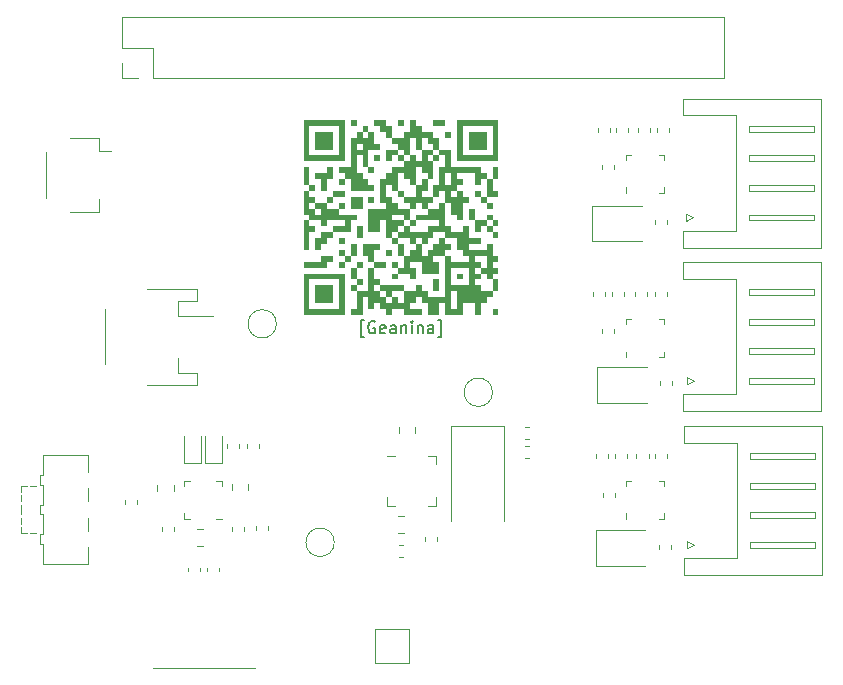
<source format=gbr>
G04 #@! TF.GenerationSoftware,KiCad,Pcbnew,(5.1.6)-1*
G04 #@! TF.CreationDate,2020-07-17T13:37:25+03:00*
G04 #@! TF.ProjectId,AstroPiMicro,41737472-6f50-4694-9d69-63726f2e6b69,1.0.8*
G04 #@! TF.SameCoordinates,Original*
G04 #@! TF.FileFunction,Legend,Top*
G04 #@! TF.FilePolarity,Positive*
%FSLAX46Y46*%
G04 Gerber Fmt 4.6, Leading zero omitted, Abs format (unit mm)*
G04 Created by KiCad (PCBNEW (5.1.6)-1) date 2020-07-17 13:37:25*
%MOMM*%
%LPD*%
G01*
G04 APERTURE LIST*
%ADD10C,0.150000*%
%ADD11C,0.100000*%
%ADD12C,0.120000*%
G04 APERTURE END LIST*
D10*
X77530952Y-77035714D02*
X77292857Y-77035714D01*
X77292857Y-75607142D01*
X77530952Y-75607142D01*
X78435714Y-75750000D02*
X78340476Y-75702380D01*
X78197619Y-75702380D01*
X78054761Y-75750000D01*
X77959523Y-75845238D01*
X77911904Y-75940476D01*
X77864285Y-76130952D01*
X77864285Y-76273809D01*
X77911904Y-76464285D01*
X77959523Y-76559523D01*
X78054761Y-76654761D01*
X78197619Y-76702380D01*
X78292857Y-76702380D01*
X78435714Y-76654761D01*
X78483333Y-76607142D01*
X78483333Y-76273809D01*
X78292857Y-76273809D01*
X79292857Y-76654761D02*
X79197619Y-76702380D01*
X79007142Y-76702380D01*
X78911904Y-76654761D01*
X78864285Y-76559523D01*
X78864285Y-76178571D01*
X78911904Y-76083333D01*
X79007142Y-76035714D01*
X79197619Y-76035714D01*
X79292857Y-76083333D01*
X79340476Y-76178571D01*
X79340476Y-76273809D01*
X78864285Y-76369047D01*
X80197619Y-76702380D02*
X80197619Y-76178571D01*
X80150000Y-76083333D01*
X80054761Y-76035714D01*
X79864285Y-76035714D01*
X79769047Y-76083333D01*
X80197619Y-76654761D02*
X80102380Y-76702380D01*
X79864285Y-76702380D01*
X79769047Y-76654761D01*
X79721428Y-76559523D01*
X79721428Y-76464285D01*
X79769047Y-76369047D01*
X79864285Y-76321428D01*
X80102380Y-76321428D01*
X80197619Y-76273809D01*
X80673809Y-76035714D02*
X80673809Y-76702380D01*
X80673809Y-76130952D02*
X80721428Y-76083333D01*
X80816666Y-76035714D01*
X80959523Y-76035714D01*
X81054761Y-76083333D01*
X81102380Y-76178571D01*
X81102380Y-76702380D01*
X81578571Y-76702380D02*
X81578571Y-76035714D01*
X81578571Y-75702380D02*
X81530952Y-75750000D01*
X81578571Y-75797619D01*
X81626190Y-75750000D01*
X81578571Y-75702380D01*
X81578571Y-75797619D01*
X82054761Y-76035714D02*
X82054761Y-76702380D01*
X82054761Y-76130952D02*
X82102380Y-76083333D01*
X82197619Y-76035714D01*
X82340476Y-76035714D01*
X82435714Y-76083333D01*
X82483333Y-76178571D01*
X82483333Y-76702380D01*
X83388095Y-76702380D02*
X83388095Y-76178571D01*
X83340476Y-76083333D01*
X83245238Y-76035714D01*
X83054761Y-76035714D01*
X82959523Y-76083333D01*
X83388095Y-76654761D02*
X83292857Y-76702380D01*
X83054761Y-76702380D01*
X82959523Y-76654761D01*
X82911904Y-76559523D01*
X82911904Y-76464285D01*
X82959523Y-76369047D01*
X83054761Y-76321428D01*
X83292857Y-76321428D01*
X83388095Y-76273809D01*
X83769047Y-77035714D02*
X84007142Y-77035714D01*
X84007142Y-75607142D01*
X83769047Y-75607142D01*
D11*
G36*
X88900000Y-75150000D02*
G01*
X88900000Y-74650000D01*
X88400000Y-74650000D01*
X88400000Y-75150000D01*
X88900000Y-75150000D01*
G37*
G36*
X87400000Y-75150000D02*
G01*
X87400000Y-74650000D01*
X86900000Y-74650000D01*
X86900000Y-75150000D01*
X87400000Y-75150000D01*
G37*
G36*
X85900000Y-75150000D02*
G01*
X85900000Y-74650000D01*
X85400000Y-74650000D01*
X85400000Y-75150000D01*
X85900000Y-75150000D01*
G37*
G36*
X85400000Y-75150000D02*
G01*
X85400000Y-74650000D01*
X84900000Y-74650000D01*
X84900000Y-75150000D01*
X85400000Y-75150000D01*
G37*
G36*
X84900000Y-75150000D02*
G01*
X84900000Y-74650000D01*
X84400000Y-74650000D01*
X84400000Y-75150000D01*
X84900000Y-75150000D01*
G37*
G36*
X83900000Y-75150000D02*
G01*
X83900000Y-74650000D01*
X83400000Y-74650000D01*
X83400000Y-75150000D01*
X83900000Y-75150000D01*
G37*
G36*
X83400000Y-75150000D02*
G01*
X83400000Y-74650000D01*
X82900000Y-74650000D01*
X82900000Y-75150000D01*
X83400000Y-75150000D01*
G37*
G36*
X82400000Y-75150000D02*
G01*
X82400000Y-74650000D01*
X81900000Y-74650000D01*
X81900000Y-75150000D01*
X82400000Y-75150000D01*
G37*
G36*
X81900000Y-75150000D02*
G01*
X81900000Y-74650000D01*
X81400000Y-74650000D01*
X81400000Y-75150000D01*
X81900000Y-75150000D01*
G37*
G36*
X81400000Y-75150000D02*
G01*
X81400000Y-74650000D01*
X80900000Y-74650000D01*
X80900000Y-75150000D01*
X81400000Y-75150000D01*
G37*
G36*
X79900000Y-75150000D02*
G01*
X79900000Y-74650000D01*
X79400000Y-74650000D01*
X79400000Y-75150000D01*
X79900000Y-75150000D01*
G37*
G36*
X77400000Y-75150000D02*
G01*
X77400000Y-74650000D01*
X76900000Y-74650000D01*
X76900000Y-75150000D01*
X77400000Y-75150000D01*
G37*
G36*
X76900000Y-75150000D02*
G01*
X76900000Y-74650000D01*
X76400000Y-74650000D01*
X76400000Y-75150000D01*
X76900000Y-75150000D01*
G37*
G36*
X75900000Y-75150000D02*
G01*
X75900000Y-74650000D01*
X75400000Y-74650000D01*
X75400000Y-75150000D01*
X75900000Y-75150000D01*
G37*
G36*
X75400000Y-75150000D02*
G01*
X75400000Y-74650000D01*
X74900000Y-74650000D01*
X74900000Y-75150000D01*
X75400000Y-75150000D01*
G37*
G36*
X74900000Y-75150000D02*
G01*
X74900000Y-74650000D01*
X74400000Y-74650000D01*
X74400000Y-75150000D01*
X74900000Y-75150000D01*
G37*
G36*
X74400000Y-75150000D02*
G01*
X74400000Y-74650000D01*
X73900000Y-74650000D01*
X73900000Y-75150000D01*
X74400000Y-75150000D01*
G37*
G36*
X73900000Y-75150000D02*
G01*
X73900000Y-74650000D01*
X73400000Y-74650000D01*
X73400000Y-75150000D01*
X73900000Y-75150000D01*
G37*
G36*
X73400000Y-75150000D02*
G01*
X73400000Y-74650000D01*
X72900000Y-74650000D01*
X72900000Y-75150000D01*
X73400000Y-75150000D01*
G37*
G36*
X72900000Y-75150000D02*
G01*
X72900000Y-74650000D01*
X72400000Y-74650000D01*
X72400000Y-75150000D01*
X72900000Y-75150000D01*
G37*
G36*
X87400000Y-74650000D02*
G01*
X87400000Y-74150000D01*
X86900000Y-74150000D01*
X86900000Y-74650000D01*
X87400000Y-74650000D01*
G37*
G36*
X85900000Y-74650000D02*
G01*
X85900000Y-74150000D01*
X85400000Y-74150000D01*
X85400000Y-74650000D01*
X85900000Y-74650000D01*
G37*
G36*
X84900000Y-74650000D02*
G01*
X84900000Y-74150000D01*
X84400000Y-74150000D01*
X84400000Y-74650000D01*
X84900000Y-74650000D01*
G37*
G36*
X83900000Y-74650000D02*
G01*
X83900000Y-74150000D01*
X83400000Y-74150000D01*
X83400000Y-74650000D01*
X83900000Y-74650000D01*
G37*
G36*
X83400000Y-74650000D02*
G01*
X83400000Y-74150000D01*
X82900000Y-74150000D01*
X82900000Y-74650000D01*
X83400000Y-74650000D01*
G37*
G36*
X81400000Y-74650000D02*
G01*
X81400000Y-74150000D01*
X80900000Y-74150000D01*
X80900000Y-74650000D01*
X81400000Y-74650000D01*
G37*
G36*
X80900000Y-74650000D02*
G01*
X80900000Y-74150000D01*
X80400000Y-74150000D01*
X80400000Y-74650000D01*
X80900000Y-74650000D01*
G37*
G36*
X80400000Y-74650000D02*
G01*
X80400000Y-74150000D01*
X79900000Y-74150000D01*
X79900000Y-74650000D01*
X80400000Y-74650000D01*
G37*
G36*
X79900000Y-74650000D02*
G01*
X79900000Y-74150000D01*
X79400000Y-74150000D01*
X79400000Y-74650000D01*
X79900000Y-74650000D01*
G37*
G36*
X79400000Y-74650000D02*
G01*
X79400000Y-74150000D01*
X78900000Y-74150000D01*
X78900000Y-74650000D01*
X79400000Y-74650000D01*
G37*
G36*
X78400000Y-74650000D02*
G01*
X78400000Y-74150000D01*
X77900000Y-74150000D01*
X77900000Y-74650000D01*
X78400000Y-74650000D01*
G37*
G36*
X77400000Y-74650000D02*
G01*
X77400000Y-74150000D01*
X76900000Y-74150000D01*
X76900000Y-74650000D01*
X77400000Y-74650000D01*
G37*
G36*
X75900000Y-74650000D02*
G01*
X75900000Y-74150000D01*
X75400000Y-74150000D01*
X75400000Y-74650000D01*
X75900000Y-74650000D01*
G37*
G36*
X72900000Y-74650000D02*
G01*
X72900000Y-74150000D01*
X72400000Y-74150000D01*
X72400000Y-74650000D01*
X72900000Y-74650000D01*
G37*
G36*
X87900000Y-74150000D02*
G01*
X87900000Y-73650000D01*
X87400000Y-73650000D01*
X87400000Y-74150000D01*
X87900000Y-74150000D01*
G37*
G36*
X87400000Y-74150000D02*
G01*
X87400000Y-73650000D01*
X86900000Y-73650000D01*
X86900000Y-74150000D01*
X87400000Y-74150000D01*
G37*
G36*
X86900000Y-74150000D02*
G01*
X86900000Y-73650000D01*
X86400000Y-73650000D01*
X86400000Y-74150000D01*
X86900000Y-74150000D01*
G37*
G36*
X86400000Y-74150000D02*
G01*
X86400000Y-73650000D01*
X85900000Y-73650000D01*
X85900000Y-74150000D01*
X86400000Y-74150000D01*
G37*
G36*
X85900000Y-74150000D02*
G01*
X85900000Y-73650000D01*
X85400000Y-73650000D01*
X85400000Y-74150000D01*
X85900000Y-74150000D01*
G37*
G36*
X84900000Y-74150000D02*
G01*
X84900000Y-73650000D01*
X84400000Y-73650000D01*
X84400000Y-74150000D01*
X84900000Y-74150000D01*
G37*
G36*
X84400000Y-74150000D02*
G01*
X84400000Y-73650000D01*
X83900000Y-73650000D01*
X83900000Y-74150000D01*
X84400000Y-74150000D01*
G37*
G36*
X83900000Y-74150000D02*
G01*
X83900000Y-73650000D01*
X83400000Y-73650000D01*
X83400000Y-74150000D01*
X83900000Y-74150000D01*
G37*
G36*
X83400000Y-74150000D02*
G01*
X83400000Y-73650000D01*
X82900000Y-73650000D01*
X82900000Y-74150000D01*
X83400000Y-74150000D01*
G37*
G36*
X82900000Y-74150000D02*
G01*
X82900000Y-73650000D01*
X82400000Y-73650000D01*
X82400000Y-74150000D01*
X82900000Y-74150000D01*
G37*
G36*
X81900000Y-74150000D02*
G01*
X81900000Y-73650000D01*
X81400000Y-73650000D01*
X81400000Y-74150000D01*
X81900000Y-74150000D01*
G37*
G36*
X81400000Y-74150000D02*
G01*
X81400000Y-73650000D01*
X80900000Y-73650000D01*
X80900000Y-74150000D01*
X81400000Y-74150000D01*
G37*
G36*
X80400000Y-74150000D02*
G01*
X80400000Y-73650000D01*
X79900000Y-73650000D01*
X79900000Y-74150000D01*
X80400000Y-74150000D01*
G37*
G36*
X79400000Y-74150000D02*
G01*
X79400000Y-73650000D01*
X78900000Y-73650000D01*
X78900000Y-74150000D01*
X79400000Y-74150000D01*
G37*
G36*
X78900000Y-74150000D02*
G01*
X78900000Y-73650000D01*
X78400000Y-73650000D01*
X78400000Y-74150000D01*
X78900000Y-74150000D01*
G37*
G36*
X78400000Y-74150000D02*
G01*
X78400000Y-73650000D01*
X77900000Y-73650000D01*
X77900000Y-74150000D01*
X78400000Y-74150000D01*
G37*
G36*
X77400000Y-74150000D02*
G01*
X77400000Y-73650000D01*
X76900000Y-73650000D01*
X76900000Y-74150000D01*
X77400000Y-74150000D01*
G37*
G36*
X75900000Y-74150000D02*
G01*
X75900000Y-73650000D01*
X75400000Y-73650000D01*
X75400000Y-74150000D01*
X75900000Y-74150000D01*
G37*
G36*
X74900000Y-74150000D02*
G01*
X74900000Y-73650000D01*
X74400000Y-73650000D01*
X74400000Y-74150000D01*
X74900000Y-74150000D01*
G37*
G36*
X74400000Y-74150000D02*
G01*
X74400000Y-73650000D01*
X73900000Y-73650000D01*
X73900000Y-74150000D01*
X74400000Y-74150000D01*
G37*
G36*
X73900000Y-74150000D02*
G01*
X73900000Y-73650000D01*
X73400000Y-73650000D01*
X73400000Y-74150000D01*
X73900000Y-74150000D01*
G37*
G36*
X72900000Y-74150000D02*
G01*
X72900000Y-73650000D01*
X72400000Y-73650000D01*
X72400000Y-74150000D01*
X72900000Y-74150000D01*
G37*
G36*
X88400000Y-73650000D02*
G01*
X88400000Y-73150000D01*
X87900000Y-73150000D01*
X87900000Y-73650000D01*
X88400000Y-73650000D01*
G37*
G36*
X87900000Y-73650000D02*
G01*
X87900000Y-73150000D01*
X87400000Y-73150000D01*
X87400000Y-73650000D01*
X87900000Y-73650000D01*
G37*
G36*
X87400000Y-73650000D02*
G01*
X87400000Y-73150000D01*
X86900000Y-73150000D01*
X86900000Y-73650000D01*
X87400000Y-73650000D01*
G37*
G36*
X86900000Y-73650000D02*
G01*
X86900000Y-73150000D01*
X86400000Y-73150000D01*
X86400000Y-73650000D01*
X86900000Y-73650000D01*
G37*
G36*
X86400000Y-73650000D02*
G01*
X86400000Y-73150000D01*
X85900000Y-73150000D01*
X85900000Y-73650000D01*
X86400000Y-73650000D01*
G37*
G36*
X85900000Y-73650000D02*
G01*
X85900000Y-73150000D01*
X85400000Y-73150000D01*
X85400000Y-73650000D01*
X85900000Y-73650000D01*
G37*
G36*
X84900000Y-73650000D02*
G01*
X84900000Y-73150000D01*
X84400000Y-73150000D01*
X84400000Y-73650000D01*
X84900000Y-73650000D01*
G37*
G36*
X82900000Y-73650000D02*
G01*
X82900000Y-73150000D01*
X82400000Y-73150000D01*
X82400000Y-73650000D01*
X82900000Y-73650000D01*
G37*
G36*
X82400000Y-73650000D02*
G01*
X82400000Y-73150000D01*
X81900000Y-73150000D01*
X81900000Y-73650000D01*
X82400000Y-73650000D01*
G37*
G36*
X81900000Y-73650000D02*
G01*
X81900000Y-73150000D01*
X81400000Y-73150000D01*
X81400000Y-73650000D01*
X81900000Y-73650000D01*
G37*
G36*
X81400000Y-73650000D02*
G01*
X81400000Y-73150000D01*
X80900000Y-73150000D01*
X80900000Y-73650000D01*
X81400000Y-73650000D01*
G37*
G36*
X79900000Y-73650000D02*
G01*
X79900000Y-73150000D01*
X79400000Y-73150000D01*
X79400000Y-73650000D01*
X79900000Y-73650000D01*
G37*
G36*
X78900000Y-73650000D02*
G01*
X78900000Y-73150000D01*
X78400000Y-73150000D01*
X78400000Y-73650000D01*
X78900000Y-73650000D01*
G37*
G36*
X78400000Y-73650000D02*
G01*
X78400000Y-73150000D01*
X77900000Y-73150000D01*
X77900000Y-73650000D01*
X78400000Y-73650000D01*
G37*
G36*
X77900000Y-73650000D02*
G01*
X77900000Y-73150000D01*
X77400000Y-73150000D01*
X77400000Y-73650000D01*
X77900000Y-73650000D01*
G37*
G36*
X77400000Y-73650000D02*
G01*
X77400000Y-73150000D01*
X76900000Y-73150000D01*
X76900000Y-73650000D01*
X77400000Y-73650000D01*
G37*
G36*
X75900000Y-73650000D02*
G01*
X75900000Y-73150000D01*
X75400000Y-73150000D01*
X75400000Y-73650000D01*
X75900000Y-73650000D01*
G37*
G36*
X74900000Y-73650000D02*
G01*
X74900000Y-73150000D01*
X74400000Y-73150000D01*
X74400000Y-73650000D01*
X74900000Y-73650000D01*
G37*
G36*
X74400000Y-73650000D02*
G01*
X74400000Y-73150000D01*
X73900000Y-73150000D01*
X73900000Y-73650000D01*
X74400000Y-73650000D01*
G37*
G36*
X73900000Y-73650000D02*
G01*
X73900000Y-73150000D01*
X73400000Y-73150000D01*
X73400000Y-73650000D01*
X73900000Y-73650000D01*
G37*
G36*
X72900000Y-73650000D02*
G01*
X72900000Y-73150000D01*
X72400000Y-73150000D01*
X72400000Y-73650000D01*
X72900000Y-73650000D01*
G37*
G36*
X88900000Y-73150000D02*
G01*
X88900000Y-72650000D01*
X88400000Y-72650000D01*
X88400000Y-73150000D01*
X88900000Y-73150000D01*
G37*
G36*
X87400000Y-73150000D02*
G01*
X87400000Y-72650000D01*
X86900000Y-72650000D01*
X86900000Y-73150000D01*
X87400000Y-73150000D01*
G37*
G36*
X86900000Y-73150000D02*
G01*
X86900000Y-72650000D01*
X86400000Y-72650000D01*
X86400000Y-73150000D01*
X86900000Y-73150000D01*
G37*
G36*
X86400000Y-73150000D02*
G01*
X86400000Y-72650000D01*
X85900000Y-72650000D01*
X85900000Y-73150000D01*
X86400000Y-73150000D01*
G37*
G36*
X85900000Y-73150000D02*
G01*
X85900000Y-72650000D01*
X85400000Y-72650000D01*
X85400000Y-73150000D01*
X85900000Y-73150000D01*
G37*
G36*
X85400000Y-73150000D02*
G01*
X85400000Y-72650000D01*
X84900000Y-72650000D01*
X84900000Y-73150000D01*
X85400000Y-73150000D01*
G37*
G36*
X84900000Y-73150000D02*
G01*
X84900000Y-72650000D01*
X84400000Y-72650000D01*
X84400000Y-73150000D01*
X84900000Y-73150000D01*
G37*
G36*
X83900000Y-73150000D02*
G01*
X83900000Y-72650000D01*
X83400000Y-72650000D01*
X83400000Y-73150000D01*
X83900000Y-73150000D01*
G37*
G36*
X82400000Y-73150000D02*
G01*
X82400000Y-72650000D01*
X81900000Y-72650000D01*
X81900000Y-73150000D01*
X82400000Y-73150000D01*
G37*
G36*
X80900000Y-73150000D02*
G01*
X80900000Y-72650000D01*
X80400000Y-72650000D01*
X80400000Y-73150000D01*
X80900000Y-73150000D01*
G37*
G36*
X80400000Y-73150000D02*
G01*
X80400000Y-72650000D01*
X79900000Y-72650000D01*
X79900000Y-73150000D01*
X80400000Y-73150000D01*
G37*
G36*
X79900000Y-73150000D02*
G01*
X79900000Y-72650000D01*
X79400000Y-72650000D01*
X79400000Y-73150000D01*
X79900000Y-73150000D01*
G37*
G36*
X79400000Y-73150000D02*
G01*
X79400000Y-72650000D01*
X78900000Y-72650000D01*
X78900000Y-73150000D01*
X79400000Y-73150000D01*
G37*
G36*
X78400000Y-73150000D02*
G01*
X78400000Y-72650000D01*
X77900000Y-72650000D01*
X77900000Y-73150000D01*
X78400000Y-73150000D01*
G37*
G36*
X76900000Y-73150000D02*
G01*
X76900000Y-72650000D01*
X76400000Y-72650000D01*
X76400000Y-73150000D01*
X76900000Y-73150000D01*
G37*
G36*
X75900000Y-73150000D02*
G01*
X75900000Y-72650000D01*
X75400000Y-72650000D01*
X75400000Y-73150000D01*
X75900000Y-73150000D01*
G37*
G36*
X74900000Y-73150000D02*
G01*
X74900000Y-72650000D01*
X74400000Y-72650000D01*
X74400000Y-73150000D01*
X74900000Y-73150000D01*
G37*
G36*
X74400000Y-73150000D02*
G01*
X74400000Y-72650000D01*
X73900000Y-72650000D01*
X73900000Y-73150000D01*
X74400000Y-73150000D01*
G37*
G36*
X73900000Y-73150000D02*
G01*
X73900000Y-72650000D01*
X73400000Y-72650000D01*
X73400000Y-73150000D01*
X73900000Y-73150000D01*
G37*
G36*
X72900000Y-73150000D02*
G01*
X72900000Y-72650000D01*
X72400000Y-72650000D01*
X72400000Y-73150000D01*
X72900000Y-73150000D01*
G37*
G36*
X88900000Y-72650000D02*
G01*
X88900000Y-72150000D01*
X88400000Y-72150000D01*
X88400000Y-72650000D01*
X88900000Y-72650000D01*
G37*
G36*
X86900000Y-72650000D02*
G01*
X86900000Y-72150000D01*
X86400000Y-72150000D01*
X86400000Y-72650000D01*
X86900000Y-72650000D01*
G37*
G36*
X84900000Y-72650000D02*
G01*
X84900000Y-72150000D01*
X84400000Y-72150000D01*
X84400000Y-72650000D01*
X84900000Y-72650000D01*
G37*
G36*
X83900000Y-72650000D02*
G01*
X83900000Y-72150000D01*
X83400000Y-72150000D01*
X83400000Y-72650000D01*
X83900000Y-72650000D01*
G37*
G36*
X78900000Y-72650000D02*
G01*
X78900000Y-72150000D01*
X78400000Y-72150000D01*
X78400000Y-72650000D01*
X78900000Y-72650000D01*
G37*
G36*
X78400000Y-72650000D02*
G01*
X78400000Y-72150000D01*
X77900000Y-72150000D01*
X77900000Y-72650000D01*
X78400000Y-72650000D01*
G37*
G36*
X77400000Y-72650000D02*
G01*
X77400000Y-72150000D01*
X76900000Y-72150000D01*
X76900000Y-72650000D01*
X77400000Y-72650000D01*
G37*
G36*
X75900000Y-72650000D02*
G01*
X75900000Y-72150000D01*
X75400000Y-72150000D01*
X75400000Y-72650000D01*
X75900000Y-72650000D01*
G37*
G36*
X72900000Y-72650000D02*
G01*
X72900000Y-72150000D01*
X72400000Y-72150000D01*
X72400000Y-72650000D01*
X72900000Y-72650000D01*
G37*
G36*
X88400000Y-72150000D02*
G01*
X88400000Y-71650000D01*
X87900000Y-71650000D01*
X87900000Y-72150000D01*
X88400000Y-72150000D01*
G37*
G36*
X87400000Y-72150000D02*
G01*
X87400000Y-71650000D01*
X86900000Y-71650000D01*
X86900000Y-72150000D01*
X87400000Y-72150000D01*
G37*
G36*
X86900000Y-72150000D02*
G01*
X86900000Y-71650000D01*
X86400000Y-71650000D01*
X86400000Y-72150000D01*
X86900000Y-72150000D01*
G37*
G36*
X85900000Y-72150000D02*
G01*
X85900000Y-71650000D01*
X85400000Y-71650000D01*
X85400000Y-72150000D01*
X85900000Y-72150000D01*
G37*
G36*
X84900000Y-72150000D02*
G01*
X84900000Y-71650000D01*
X84400000Y-71650000D01*
X84400000Y-72150000D01*
X84900000Y-72150000D01*
G37*
G36*
X81900000Y-72150000D02*
G01*
X81900000Y-71650000D01*
X81400000Y-71650000D01*
X81400000Y-72150000D01*
X81900000Y-72150000D01*
G37*
G36*
X80400000Y-72150000D02*
G01*
X80400000Y-71650000D01*
X79900000Y-71650000D01*
X79900000Y-72150000D01*
X80400000Y-72150000D01*
G37*
G36*
X78400000Y-72150000D02*
G01*
X78400000Y-71650000D01*
X77900000Y-71650000D01*
X77900000Y-72150000D01*
X78400000Y-72150000D01*
G37*
G36*
X76900000Y-72150000D02*
G01*
X76900000Y-71650000D01*
X76400000Y-71650000D01*
X76400000Y-72150000D01*
X76900000Y-72150000D01*
G37*
G36*
X75900000Y-72150000D02*
G01*
X75900000Y-71650000D01*
X75400000Y-71650000D01*
X75400000Y-72150000D01*
X75900000Y-72150000D01*
G37*
G36*
X75400000Y-72150000D02*
G01*
X75400000Y-71650000D01*
X74900000Y-71650000D01*
X74900000Y-72150000D01*
X75400000Y-72150000D01*
G37*
G36*
X74900000Y-72150000D02*
G01*
X74900000Y-71650000D01*
X74400000Y-71650000D01*
X74400000Y-72150000D01*
X74900000Y-72150000D01*
G37*
G36*
X74400000Y-72150000D02*
G01*
X74400000Y-71650000D01*
X73900000Y-71650000D01*
X73900000Y-72150000D01*
X74400000Y-72150000D01*
G37*
G36*
X73900000Y-72150000D02*
G01*
X73900000Y-71650000D01*
X73400000Y-71650000D01*
X73400000Y-72150000D01*
X73900000Y-72150000D01*
G37*
G36*
X73400000Y-72150000D02*
G01*
X73400000Y-71650000D01*
X72900000Y-71650000D01*
X72900000Y-72150000D01*
X73400000Y-72150000D01*
G37*
G36*
X72900000Y-72150000D02*
G01*
X72900000Y-71650000D01*
X72400000Y-71650000D01*
X72400000Y-72150000D01*
X72900000Y-72150000D01*
G37*
G36*
X88900000Y-71650000D02*
G01*
X88900000Y-71150000D01*
X88400000Y-71150000D01*
X88400000Y-71650000D01*
X88900000Y-71650000D01*
G37*
G36*
X88400000Y-71650000D02*
G01*
X88400000Y-71150000D01*
X87900000Y-71150000D01*
X87900000Y-71650000D01*
X88400000Y-71650000D01*
G37*
G36*
X87900000Y-71650000D02*
G01*
X87900000Y-71150000D01*
X87400000Y-71150000D01*
X87400000Y-71650000D01*
X87900000Y-71650000D01*
G37*
G36*
X86900000Y-71650000D02*
G01*
X86900000Y-71150000D01*
X86400000Y-71150000D01*
X86400000Y-71650000D01*
X86900000Y-71650000D01*
G37*
G36*
X84900000Y-71650000D02*
G01*
X84900000Y-71150000D01*
X84400000Y-71150000D01*
X84400000Y-71650000D01*
X84900000Y-71650000D01*
G37*
G36*
X83900000Y-71650000D02*
G01*
X83900000Y-71150000D01*
X83400000Y-71150000D01*
X83400000Y-71650000D01*
X83900000Y-71650000D01*
G37*
G36*
X83400000Y-71650000D02*
G01*
X83400000Y-71150000D01*
X82900000Y-71150000D01*
X82900000Y-71650000D01*
X83400000Y-71650000D01*
G37*
G36*
X82900000Y-71650000D02*
G01*
X82900000Y-71150000D01*
X82400000Y-71150000D01*
X82400000Y-71650000D01*
X82900000Y-71650000D01*
G37*
G36*
X81900000Y-71650000D02*
G01*
X81900000Y-71150000D01*
X81400000Y-71150000D01*
X81400000Y-71650000D01*
X81900000Y-71650000D01*
G37*
G36*
X81400000Y-71650000D02*
G01*
X81400000Y-71150000D01*
X80900000Y-71150000D01*
X80900000Y-71650000D01*
X81400000Y-71650000D01*
G37*
G36*
X80900000Y-71650000D02*
G01*
X80900000Y-71150000D01*
X80400000Y-71150000D01*
X80400000Y-71650000D01*
X80900000Y-71650000D01*
G37*
G36*
X78400000Y-71650000D02*
G01*
X78400000Y-71150000D01*
X77900000Y-71150000D01*
X77900000Y-71650000D01*
X78400000Y-71650000D01*
G37*
G36*
X76900000Y-71650000D02*
G01*
X76900000Y-71150000D01*
X76400000Y-71150000D01*
X76400000Y-71650000D01*
X76900000Y-71650000D01*
G37*
G36*
X88400000Y-71150000D02*
G01*
X88400000Y-70650000D01*
X87900000Y-70650000D01*
X87900000Y-71150000D01*
X88400000Y-71150000D01*
G37*
G36*
X87400000Y-71150000D02*
G01*
X87400000Y-70650000D01*
X86900000Y-70650000D01*
X86900000Y-71150000D01*
X87400000Y-71150000D01*
G37*
G36*
X86900000Y-71150000D02*
G01*
X86900000Y-70650000D01*
X86400000Y-70650000D01*
X86400000Y-71150000D01*
X86900000Y-71150000D01*
G37*
G36*
X86400000Y-71150000D02*
G01*
X86400000Y-70650000D01*
X85900000Y-70650000D01*
X85900000Y-71150000D01*
X86400000Y-71150000D01*
G37*
G36*
X85900000Y-71150000D02*
G01*
X85900000Y-70650000D01*
X85400000Y-70650000D01*
X85400000Y-71150000D01*
X85900000Y-71150000D01*
G37*
G36*
X85400000Y-71150000D02*
G01*
X85400000Y-70650000D01*
X84900000Y-70650000D01*
X84900000Y-71150000D01*
X85400000Y-71150000D01*
G37*
G36*
X84900000Y-71150000D02*
G01*
X84900000Y-70650000D01*
X84400000Y-70650000D01*
X84400000Y-71150000D01*
X84900000Y-71150000D01*
G37*
G36*
X83900000Y-71150000D02*
G01*
X83900000Y-70650000D01*
X83400000Y-70650000D01*
X83400000Y-71150000D01*
X83900000Y-71150000D01*
G37*
G36*
X83400000Y-71150000D02*
G01*
X83400000Y-70650000D01*
X82900000Y-70650000D01*
X82900000Y-71150000D01*
X83400000Y-71150000D01*
G37*
G36*
X82900000Y-71150000D02*
G01*
X82900000Y-70650000D01*
X82400000Y-70650000D01*
X82400000Y-71150000D01*
X82900000Y-71150000D01*
G37*
G36*
X81400000Y-71150000D02*
G01*
X81400000Y-70650000D01*
X80900000Y-70650000D01*
X80900000Y-71150000D01*
X81400000Y-71150000D01*
G37*
G36*
X80400000Y-71150000D02*
G01*
X80400000Y-70650000D01*
X79900000Y-70650000D01*
X79900000Y-71150000D01*
X80400000Y-71150000D01*
G37*
G36*
X79400000Y-71150000D02*
G01*
X79400000Y-70650000D01*
X78900000Y-70650000D01*
X78900000Y-71150000D01*
X79400000Y-71150000D01*
G37*
G36*
X78900000Y-71150000D02*
G01*
X78900000Y-70650000D01*
X78400000Y-70650000D01*
X78400000Y-71150000D01*
X78900000Y-71150000D01*
G37*
G36*
X77400000Y-71150000D02*
G01*
X77400000Y-70650000D01*
X76900000Y-70650000D01*
X76900000Y-71150000D01*
X77400000Y-71150000D01*
G37*
G36*
X75900000Y-71150000D02*
G01*
X75900000Y-70650000D01*
X75400000Y-70650000D01*
X75400000Y-71150000D01*
X75900000Y-71150000D01*
G37*
G36*
X74400000Y-71150000D02*
G01*
X74400000Y-70650000D01*
X73900000Y-70650000D01*
X73900000Y-71150000D01*
X74400000Y-71150000D01*
G37*
G36*
X73900000Y-71150000D02*
G01*
X73900000Y-70650000D01*
X73400000Y-70650000D01*
X73400000Y-71150000D01*
X73900000Y-71150000D01*
G37*
G36*
X73400000Y-71150000D02*
G01*
X73400000Y-70650000D01*
X72900000Y-70650000D01*
X72900000Y-71150000D01*
X73400000Y-71150000D01*
G37*
G36*
X72900000Y-71150000D02*
G01*
X72900000Y-70650000D01*
X72400000Y-70650000D01*
X72400000Y-71150000D01*
X72900000Y-71150000D01*
G37*
G36*
X88900000Y-70650000D02*
G01*
X88900000Y-70150000D01*
X88400000Y-70150000D01*
X88400000Y-70650000D01*
X88900000Y-70650000D01*
G37*
G36*
X88400000Y-70650000D02*
G01*
X88400000Y-70150000D01*
X87900000Y-70150000D01*
X87900000Y-70650000D01*
X88400000Y-70650000D01*
G37*
G36*
X86900000Y-70650000D02*
G01*
X86900000Y-70150000D01*
X86400000Y-70150000D01*
X86400000Y-70650000D01*
X86900000Y-70650000D01*
G37*
G36*
X84900000Y-70650000D02*
G01*
X84900000Y-70150000D01*
X84400000Y-70150000D01*
X84400000Y-70650000D01*
X84900000Y-70650000D01*
G37*
G36*
X83400000Y-70650000D02*
G01*
X83400000Y-70150000D01*
X82900000Y-70150000D01*
X82900000Y-70650000D01*
X83400000Y-70650000D01*
G37*
G36*
X82900000Y-70650000D02*
G01*
X82900000Y-70150000D01*
X82400000Y-70150000D01*
X82400000Y-70650000D01*
X82900000Y-70650000D01*
G37*
G36*
X82400000Y-70650000D02*
G01*
X82400000Y-70150000D01*
X81900000Y-70150000D01*
X81900000Y-70650000D01*
X82400000Y-70650000D01*
G37*
G36*
X81900000Y-70650000D02*
G01*
X81900000Y-70150000D01*
X81400000Y-70150000D01*
X81400000Y-70650000D01*
X81900000Y-70650000D01*
G37*
G36*
X81400000Y-70650000D02*
G01*
X81400000Y-70150000D01*
X80900000Y-70150000D01*
X80900000Y-70650000D01*
X81400000Y-70650000D01*
G37*
G36*
X78400000Y-70650000D02*
G01*
X78400000Y-70150000D01*
X77900000Y-70150000D01*
X77900000Y-70650000D01*
X78400000Y-70650000D01*
G37*
G36*
X76400000Y-70650000D02*
G01*
X76400000Y-70150000D01*
X75900000Y-70150000D01*
X75900000Y-70650000D01*
X76400000Y-70650000D01*
G37*
G36*
X74900000Y-70650000D02*
G01*
X74900000Y-70150000D01*
X74400000Y-70150000D01*
X74400000Y-70650000D01*
X74900000Y-70650000D01*
G37*
G36*
X74400000Y-70650000D02*
G01*
X74400000Y-70150000D01*
X73900000Y-70150000D01*
X73900000Y-70650000D01*
X74400000Y-70650000D01*
G37*
G36*
X88400000Y-70150000D02*
G01*
X88400000Y-69650000D01*
X87900000Y-69650000D01*
X87900000Y-70150000D01*
X88400000Y-70150000D01*
G37*
G36*
X87900000Y-70150000D02*
G01*
X87900000Y-69650000D01*
X87400000Y-69650000D01*
X87400000Y-70150000D01*
X87900000Y-70150000D01*
G37*
G36*
X87400000Y-70150000D02*
G01*
X87400000Y-69650000D01*
X86900000Y-69650000D01*
X86900000Y-70150000D01*
X87400000Y-70150000D01*
G37*
G36*
X86900000Y-70150000D02*
G01*
X86900000Y-69650000D01*
X86400000Y-69650000D01*
X86400000Y-70150000D01*
X86900000Y-70150000D01*
G37*
G36*
X86400000Y-70150000D02*
G01*
X86400000Y-69650000D01*
X85900000Y-69650000D01*
X85900000Y-70150000D01*
X86400000Y-70150000D01*
G37*
G36*
X84400000Y-70150000D02*
G01*
X84400000Y-69650000D01*
X83900000Y-69650000D01*
X83900000Y-70150000D01*
X84400000Y-70150000D01*
G37*
G36*
X83900000Y-70150000D02*
G01*
X83900000Y-69650000D01*
X83400000Y-69650000D01*
X83400000Y-70150000D01*
X83900000Y-70150000D01*
G37*
G36*
X83400000Y-70150000D02*
G01*
X83400000Y-69650000D01*
X82900000Y-69650000D01*
X82900000Y-70150000D01*
X83400000Y-70150000D01*
G37*
G36*
X82400000Y-70150000D02*
G01*
X82400000Y-69650000D01*
X81900000Y-69650000D01*
X81900000Y-70150000D01*
X82400000Y-70150000D01*
G37*
G36*
X81900000Y-70150000D02*
G01*
X81900000Y-69650000D01*
X81400000Y-69650000D01*
X81400000Y-70150000D01*
X81900000Y-70150000D01*
G37*
G36*
X80900000Y-70150000D02*
G01*
X80900000Y-69650000D01*
X80400000Y-69650000D01*
X80400000Y-70150000D01*
X80900000Y-70150000D01*
G37*
G36*
X79900000Y-70150000D02*
G01*
X79900000Y-69650000D01*
X79400000Y-69650000D01*
X79400000Y-70150000D01*
X79900000Y-70150000D01*
G37*
G36*
X78400000Y-70150000D02*
G01*
X78400000Y-69650000D01*
X77900000Y-69650000D01*
X77900000Y-70150000D01*
X78400000Y-70150000D01*
G37*
G36*
X77900000Y-70150000D02*
G01*
X77900000Y-69650000D01*
X77400000Y-69650000D01*
X77400000Y-70150000D01*
X77900000Y-70150000D01*
G37*
G36*
X76900000Y-70150000D02*
G01*
X76900000Y-69650000D01*
X76400000Y-69650000D01*
X76400000Y-70150000D01*
X76900000Y-70150000D01*
G37*
G36*
X75900000Y-70150000D02*
G01*
X75900000Y-69650000D01*
X75400000Y-69650000D01*
X75400000Y-70150000D01*
X75900000Y-70150000D01*
G37*
G36*
X88400000Y-69650000D02*
G01*
X88400000Y-69150000D01*
X87900000Y-69150000D01*
X87900000Y-69650000D01*
X88400000Y-69650000D01*
G37*
G36*
X86400000Y-69650000D02*
G01*
X86400000Y-69150000D01*
X85900000Y-69150000D01*
X85900000Y-69650000D01*
X86400000Y-69650000D01*
G37*
G36*
X85900000Y-69650000D02*
G01*
X85900000Y-69150000D01*
X85400000Y-69150000D01*
X85400000Y-69650000D01*
X85900000Y-69650000D01*
G37*
G36*
X84900000Y-69650000D02*
G01*
X84900000Y-69150000D01*
X84400000Y-69150000D01*
X84400000Y-69650000D01*
X84900000Y-69650000D01*
G37*
G36*
X84400000Y-69650000D02*
G01*
X84400000Y-69150000D01*
X83900000Y-69150000D01*
X83900000Y-69650000D01*
X84400000Y-69650000D01*
G37*
G36*
X83900000Y-69650000D02*
G01*
X83900000Y-69150000D01*
X83400000Y-69150000D01*
X83400000Y-69650000D01*
X83900000Y-69650000D01*
G37*
G36*
X82400000Y-69650000D02*
G01*
X82400000Y-69150000D01*
X81900000Y-69150000D01*
X81900000Y-69650000D01*
X82400000Y-69650000D01*
G37*
G36*
X80900000Y-69650000D02*
G01*
X80900000Y-69150000D01*
X80400000Y-69150000D01*
X80400000Y-69650000D01*
X80900000Y-69650000D01*
G37*
G36*
X78900000Y-69650000D02*
G01*
X78900000Y-69150000D01*
X78400000Y-69150000D01*
X78400000Y-69650000D01*
X78900000Y-69650000D01*
G37*
G36*
X78400000Y-69650000D02*
G01*
X78400000Y-69150000D01*
X77900000Y-69150000D01*
X77900000Y-69650000D01*
X78400000Y-69650000D01*
G37*
G36*
X77900000Y-69650000D02*
G01*
X77900000Y-69150000D01*
X77400000Y-69150000D01*
X77400000Y-69650000D01*
X77900000Y-69650000D01*
G37*
G36*
X76900000Y-69650000D02*
G01*
X76900000Y-69150000D01*
X76400000Y-69150000D01*
X76400000Y-69650000D01*
X76900000Y-69650000D01*
G37*
G36*
X73900000Y-69650000D02*
G01*
X73900000Y-69150000D01*
X73400000Y-69150000D01*
X73400000Y-69650000D01*
X73900000Y-69650000D01*
G37*
G36*
X72900000Y-69650000D02*
G01*
X72900000Y-69150000D01*
X72400000Y-69150000D01*
X72400000Y-69650000D01*
X72900000Y-69650000D01*
G37*
G36*
X87400000Y-69150000D02*
G01*
X87400000Y-68650000D01*
X86900000Y-68650000D01*
X86900000Y-69150000D01*
X87400000Y-69150000D01*
G37*
G36*
X86900000Y-69150000D02*
G01*
X86900000Y-68650000D01*
X86400000Y-68650000D01*
X86400000Y-69150000D01*
X86900000Y-69150000D01*
G37*
G36*
X86400000Y-69150000D02*
G01*
X86400000Y-68650000D01*
X85900000Y-68650000D01*
X85900000Y-69150000D01*
X86400000Y-69150000D01*
G37*
G36*
X85900000Y-69150000D02*
G01*
X85900000Y-68650000D01*
X85400000Y-68650000D01*
X85400000Y-69150000D01*
X85900000Y-69150000D01*
G37*
G36*
X84400000Y-69150000D02*
G01*
X84400000Y-68650000D01*
X83900000Y-68650000D01*
X83900000Y-69150000D01*
X84400000Y-69150000D01*
G37*
G36*
X82900000Y-69150000D02*
G01*
X82900000Y-68650000D01*
X82400000Y-68650000D01*
X82400000Y-69150000D01*
X82900000Y-69150000D01*
G37*
G36*
X81900000Y-69150000D02*
G01*
X81900000Y-68650000D01*
X81400000Y-68650000D01*
X81400000Y-69150000D01*
X81900000Y-69150000D01*
G37*
G36*
X80400000Y-69150000D02*
G01*
X80400000Y-68650000D01*
X79900000Y-68650000D01*
X79900000Y-69150000D01*
X80400000Y-69150000D01*
G37*
G36*
X75900000Y-69150000D02*
G01*
X75900000Y-68650000D01*
X75400000Y-68650000D01*
X75400000Y-69150000D01*
X75900000Y-69150000D01*
G37*
G36*
X74400000Y-69150000D02*
G01*
X74400000Y-68650000D01*
X73900000Y-68650000D01*
X73900000Y-69150000D01*
X74400000Y-69150000D01*
G37*
G36*
X73900000Y-69150000D02*
G01*
X73900000Y-68650000D01*
X73400000Y-68650000D01*
X73400000Y-69150000D01*
X73900000Y-69150000D01*
G37*
G36*
X72900000Y-69150000D02*
G01*
X72900000Y-68650000D01*
X72400000Y-68650000D01*
X72400000Y-69150000D01*
X72900000Y-69150000D01*
G37*
G36*
X88900000Y-68650000D02*
G01*
X88900000Y-68150000D01*
X88400000Y-68150000D01*
X88400000Y-68650000D01*
X88900000Y-68650000D01*
G37*
G36*
X86400000Y-68650000D02*
G01*
X86400000Y-68150000D01*
X85900000Y-68150000D01*
X85900000Y-68650000D01*
X86400000Y-68650000D01*
G37*
G36*
X85900000Y-68650000D02*
G01*
X85900000Y-68150000D01*
X85400000Y-68150000D01*
X85400000Y-68650000D01*
X85900000Y-68650000D01*
G37*
G36*
X85400000Y-68650000D02*
G01*
X85400000Y-68150000D01*
X84900000Y-68150000D01*
X84900000Y-68650000D01*
X85400000Y-68650000D01*
G37*
G36*
X84900000Y-68650000D02*
G01*
X84900000Y-68150000D01*
X84400000Y-68150000D01*
X84400000Y-68650000D01*
X84900000Y-68650000D01*
G37*
G36*
X83400000Y-68650000D02*
G01*
X83400000Y-68150000D01*
X82900000Y-68150000D01*
X82900000Y-68650000D01*
X83400000Y-68650000D01*
G37*
G36*
X82900000Y-68650000D02*
G01*
X82900000Y-68150000D01*
X82400000Y-68150000D01*
X82400000Y-68650000D01*
X82900000Y-68650000D01*
G37*
G36*
X82400000Y-68650000D02*
G01*
X82400000Y-68150000D01*
X81900000Y-68150000D01*
X81900000Y-68650000D01*
X82400000Y-68650000D01*
G37*
G36*
X81900000Y-68650000D02*
G01*
X81900000Y-68150000D01*
X81400000Y-68150000D01*
X81400000Y-68650000D01*
X81900000Y-68650000D01*
G37*
G36*
X81400000Y-68650000D02*
G01*
X81400000Y-68150000D01*
X80900000Y-68150000D01*
X80900000Y-68650000D01*
X81400000Y-68650000D01*
G37*
G36*
X80900000Y-68650000D02*
G01*
X80900000Y-68150000D01*
X80400000Y-68150000D01*
X80400000Y-68650000D01*
X80900000Y-68650000D01*
G37*
G36*
X79900000Y-68650000D02*
G01*
X79900000Y-68150000D01*
X79400000Y-68150000D01*
X79400000Y-68650000D01*
X79900000Y-68650000D01*
G37*
G36*
X77400000Y-68650000D02*
G01*
X77400000Y-68150000D01*
X76900000Y-68150000D01*
X76900000Y-68650000D01*
X77400000Y-68650000D01*
G37*
G36*
X74900000Y-68650000D02*
G01*
X74900000Y-68150000D01*
X74400000Y-68150000D01*
X74400000Y-68650000D01*
X74900000Y-68650000D01*
G37*
G36*
X74400000Y-68650000D02*
G01*
X74400000Y-68150000D01*
X73900000Y-68150000D01*
X73900000Y-68650000D01*
X74400000Y-68650000D01*
G37*
G36*
X72900000Y-68650000D02*
G01*
X72900000Y-68150000D01*
X72400000Y-68150000D01*
X72400000Y-68650000D01*
X72900000Y-68650000D01*
G37*
G36*
X88400000Y-68150000D02*
G01*
X88400000Y-67650000D01*
X87900000Y-67650000D01*
X87900000Y-68150000D01*
X88400000Y-68150000D01*
G37*
G36*
X87400000Y-68150000D02*
G01*
X87400000Y-67650000D01*
X86900000Y-67650000D01*
X86900000Y-68150000D01*
X87400000Y-68150000D01*
G37*
G36*
X86400000Y-68150000D02*
G01*
X86400000Y-67650000D01*
X85900000Y-67650000D01*
X85900000Y-68150000D01*
X86400000Y-68150000D01*
G37*
G36*
X84900000Y-68150000D02*
G01*
X84900000Y-67650000D01*
X84400000Y-67650000D01*
X84400000Y-68150000D01*
X84900000Y-68150000D01*
G37*
G36*
X84400000Y-68150000D02*
G01*
X84400000Y-67650000D01*
X83900000Y-67650000D01*
X83900000Y-68150000D01*
X84400000Y-68150000D01*
G37*
G36*
X83900000Y-68150000D02*
G01*
X83900000Y-67650000D01*
X83400000Y-67650000D01*
X83400000Y-68150000D01*
X83900000Y-68150000D01*
G37*
G36*
X83400000Y-68150000D02*
G01*
X83400000Y-67650000D01*
X82900000Y-67650000D01*
X82900000Y-68150000D01*
X83400000Y-68150000D01*
G37*
G36*
X81400000Y-68150000D02*
G01*
X81400000Y-67650000D01*
X80900000Y-67650000D01*
X80900000Y-68150000D01*
X81400000Y-68150000D01*
G37*
G36*
X80400000Y-68150000D02*
G01*
X80400000Y-67650000D01*
X79900000Y-67650000D01*
X79900000Y-68150000D01*
X80400000Y-68150000D01*
G37*
G36*
X79900000Y-68150000D02*
G01*
X79900000Y-67650000D01*
X79400000Y-67650000D01*
X79400000Y-68150000D01*
X79900000Y-68150000D01*
G37*
G36*
X78900000Y-68150000D02*
G01*
X78900000Y-67650000D01*
X78400000Y-67650000D01*
X78400000Y-68150000D01*
X78900000Y-68150000D01*
G37*
G36*
X78400000Y-68150000D02*
G01*
X78400000Y-67650000D01*
X77900000Y-67650000D01*
X77900000Y-68150000D01*
X78400000Y-68150000D01*
G37*
G36*
X77400000Y-68150000D02*
G01*
X77400000Y-67650000D01*
X76900000Y-67650000D01*
X76900000Y-68150000D01*
X77400000Y-68150000D01*
G37*
G36*
X76400000Y-68150000D02*
G01*
X76400000Y-67650000D01*
X75900000Y-67650000D01*
X75900000Y-68150000D01*
X76400000Y-68150000D01*
G37*
G36*
X75900000Y-68150000D02*
G01*
X75900000Y-67650000D01*
X75400000Y-67650000D01*
X75400000Y-68150000D01*
X75900000Y-68150000D01*
G37*
G36*
X75400000Y-68150000D02*
G01*
X75400000Y-67650000D01*
X74900000Y-67650000D01*
X74900000Y-68150000D01*
X75400000Y-68150000D01*
G37*
G36*
X73400000Y-68150000D02*
G01*
X73400000Y-67650000D01*
X72900000Y-67650000D01*
X72900000Y-68150000D01*
X73400000Y-68150000D01*
G37*
G36*
X72900000Y-68150000D02*
G01*
X72900000Y-67650000D01*
X72400000Y-67650000D01*
X72400000Y-68150000D01*
X72900000Y-68150000D01*
G37*
G36*
X88900000Y-67650000D02*
G01*
X88900000Y-67150000D01*
X88400000Y-67150000D01*
X88400000Y-67650000D01*
X88900000Y-67650000D01*
G37*
G36*
X87900000Y-67650000D02*
G01*
X87900000Y-67150000D01*
X87400000Y-67150000D01*
X87400000Y-67650000D01*
X87900000Y-67650000D01*
G37*
G36*
X87400000Y-67650000D02*
G01*
X87400000Y-67150000D01*
X86900000Y-67150000D01*
X86900000Y-67650000D01*
X87400000Y-67650000D01*
G37*
G36*
X84400000Y-67650000D02*
G01*
X84400000Y-67150000D01*
X83900000Y-67150000D01*
X83900000Y-67650000D01*
X84400000Y-67650000D01*
G37*
G36*
X81900000Y-67650000D02*
G01*
X81900000Y-67150000D01*
X81400000Y-67150000D01*
X81400000Y-67650000D01*
X81900000Y-67650000D01*
G37*
G36*
X80900000Y-67650000D02*
G01*
X80900000Y-67150000D01*
X80400000Y-67150000D01*
X80400000Y-67650000D01*
X80900000Y-67650000D01*
G37*
G36*
X80400000Y-67650000D02*
G01*
X80400000Y-67150000D01*
X79900000Y-67150000D01*
X79900000Y-67650000D01*
X80400000Y-67650000D01*
G37*
G36*
X79900000Y-67650000D02*
G01*
X79900000Y-67150000D01*
X79400000Y-67150000D01*
X79400000Y-67650000D01*
X79900000Y-67650000D01*
G37*
G36*
X78900000Y-67650000D02*
G01*
X78900000Y-67150000D01*
X78400000Y-67150000D01*
X78400000Y-67650000D01*
X78900000Y-67650000D01*
G37*
G36*
X78400000Y-67650000D02*
G01*
X78400000Y-67150000D01*
X77900000Y-67150000D01*
X77900000Y-67650000D01*
X78400000Y-67650000D01*
G37*
G36*
X76400000Y-67650000D02*
G01*
X76400000Y-67150000D01*
X75900000Y-67150000D01*
X75900000Y-67650000D01*
X76400000Y-67650000D01*
G37*
G36*
X74400000Y-67650000D02*
G01*
X74400000Y-67150000D01*
X73900000Y-67150000D01*
X73900000Y-67650000D01*
X74400000Y-67650000D01*
G37*
G36*
X72900000Y-67650000D02*
G01*
X72900000Y-67150000D01*
X72400000Y-67150000D01*
X72400000Y-67650000D01*
X72900000Y-67650000D01*
G37*
G36*
X88400000Y-67150000D02*
G01*
X88400000Y-66650000D01*
X87900000Y-66650000D01*
X87900000Y-67150000D01*
X88400000Y-67150000D01*
G37*
G36*
X86900000Y-67150000D02*
G01*
X86900000Y-66650000D01*
X86400000Y-66650000D01*
X86400000Y-67150000D01*
X86900000Y-67150000D01*
G37*
G36*
X85900000Y-67150000D02*
G01*
X85900000Y-66650000D01*
X85400000Y-66650000D01*
X85400000Y-67150000D01*
X85900000Y-67150000D01*
G37*
G36*
X84400000Y-67150000D02*
G01*
X84400000Y-66650000D01*
X83900000Y-66650000D01*
X83900000Y-67150000D01*
X84400000Y-67150000D01*
G37*
G36*
X83900000Y-67150000D02*
G01*
X83900000Y-66650000D01*
X83400000Y-66650000D01*
X83400000Y-67150000D01*
X83900000Y-67150000D01*
G37*
G36*
X83400000Y-67150000D02*
G01*
X83400000Y-66650000D01*
X82900000Y-66650000D01*
X82900000Y-67150000D01*
X83400000Y-67150000D01*
G37*
G36*
X82900000Y-67150000D02*
G01*
X82900000Y-66650000D01*
X82400000Y-66650000D01*
X82400000Y-67150000D01*
X82900000Y-67150000D01*
G37*
G36*
X82400000Y-67150000D02*
G01*
X82400000Y-66650000D01*
X81900000Y-66650000D01*
X81900000Y-67150000D01*
X82400000Y-67150000D01*
G37*
G36*
X81400000Y-67150000D02*
G01*
X81400000Y-66650000D01*
X80900000Y-66650000D01*
X80900000Y-67150000D01*
X81400000Y-67150000D01*
G37*
G36*
X79900000Y-67150000D02*
G01*
X79900000Y-66650000D01*
X79400000Y-66650000D01*
X79400000Y-67150000D01*
X79900000Y-67150000D01*
G37*
G36*
X79400000Y-67150000D02*
G01*
X79400000Y-66650000D01*
X78900000Y-66650000D01*
X78900000Y-67150000D01*
X79400000Y-67150000D01*
G37*
G36*
X78900000Y-67150000D02*
G01*
X78900000Y-66650000D01*
X78400000Y-66650000D01*
X78400000Y-67150000D01*
X78900000Y-67150000D01*
G37*
G36*
X78400000Y-67150000D02*
G01*
X78400000Y-66650000D01*
X77900000Y-66650000D01*
X77900000Y-67150000D01*
X78400000Y-67150000D01*
G37*
G36*
X76900000Y-67150000D02*
G01*
X76900000Y-66650000D01*
X76400000Y-66650000D01*
X76400000Y-67150000D01*
X76900000Y-67150000D01*
G37*
G36*
X76400000Y-67150000D02*
G01*
X76400000Y-66650000D01*
X75900000Y-66650000D01*
X75900000Y-67150000D01*
X76400000Y-67150000D01*
G37*
G36*
X75900000Y-67150000D02*
G01*
X75900000Y-66650000D01*
X75400000Y-66650000D01*
X75400000Y-67150000D01*
X75900000Y-67150000D01*
G37*
G36*
X75400000Y-67150000D02*
G01*
X75400000Y-66650000D01*
X74900000Y-66650000D01*
X74900000Y-67150000D01*
X75400000Y-67150000D01*
G37*
G36*
X74900000Y-67150000D02*
G01*
X74900000Y-66650000D01*
X74400000Y-66650000D01*
X74400000Y-67150000D01*
X74900000Y-67150000D01*
G37*
G36*
X74400000Y-67150000D02*
G01*
X74400000Y-66650000D01*
X73900000Y-66650000D01*
X73900000Y-67150000D01*
X74400000Y-67150000D01*
G37*
G36*
X73900000Y-67150000D02*
G01*
X73900000Y-66650000D01*
X73400000Y-66650000D01*
X73400000Y-67150000D01*
X73900000Y-67150000D01*
G37*
G36*
X73400000Y-67150000D02*
G01*
X73400000Y-66650000D01*
X72900000Y-66650000D01*
X72900000Y-67150000D01*
X73400000Y-67150000D01*
G37*
G36*
X86900000Y-66650000D02*
G01*
X86900000Y-66150000D01*
X86400000Y-66150000D01*
X86400000Y-66650000D01*
X86900000Y-66650000D01*
G37*
G36*
X85900000Y-66650000D02*
G01*
X85900000Y-66150000D01*
X85400000Y-66150000D01*
X85400000Y-66650000D01*
X85900000Y-66650000D01*
G37*
G36*
X85400000Y-66650000D02*
G01*
X85400000Y-66150000D01*
X84900000Y-66150000D01*
X84900000Y-66650000D01*
X85400000Y-66650000D01*
G37*
G36*
X84400000Y-66650000D02*
G01*
X84400000Y-66150000D01*
X83900000Y-66150000D01*
X83900000Y-66650000D01*
X84400000Y-66650000D01*
G37*
G36*
X83900000Y-66650000D02*
G01*
X83900000Y-66150000D01*
X83400000Y-66150000D01*
X83400000Y-66650000D01*
X83900000Y-66650000D01*
G37*
G36*
X83400000Y-66650000D02*
G01*
X83400000Y-66150000D01*
X82900000Y-66150000D01*
X82900000Y-66650000D01*
X83400000Y-66650000D01*
G37*
G36*
X81400000Y-66650000D02*
G01*
X81400000Y-66150000D01*
X80900000Y-66150000D01*
X80900000Y-66650000D01*
X81400000Y-66650000D01*
G37*
G36*
X80900000Y-66650000D02*
G01*
X80900000Y-66150000D01*
X80400000Y-66150000D01*
X80400000Y-66650000D01*
X80900000Y-66650000D01*
G37*
G36*
X80400000Y-66650000D02*
G01*
X80400000Y-66150000D01*
X79900000Y-66150000D01*
X79900000Y-66650000D01*
X80400000Y-66650000D01*
G37*
G36*
X79900000Y-66650000D02*
G01*
X79900000Y-66150000D01*
X79400000Y-66150000D01*
X79400000Y-66650000D01*
X79900000Y-66650000D01*
G37*
G36*
X79400000Y-66650000D02*
G01*
X79400000Y-66150000D01*
X78900000Y-66150000D01*
X78900000Y-66650000D01*
X79400000Y-66650000D01*
G37*
G36*
X78900000Y-66650000D02*
G01*
X78900000Y-66150000D01*
X78400000Y-66150000D01*
X78400000Y-66650000D01*
X78900000Y-66650000D01*
G37*
G36*
X78400000Y-66650000D02*
G01*
X78400000Y-66150000D01*
X77900000Y-66150000D01*
X77900000Y-66650000D01*
X78400000Y-66650000D01*
G37*
G36*
X75400000Y-66650000D02*
G01*
X75400000Y-66150000D01*
X74900000Y-66150000D01*
X74900000Y-66650000D01*
X75400000Y-66650000D01*
G37*
G36*
X74900000Y-66650000D02*
G01*
X74900000Y-66150000D01*
X74400000Y-66150000D01*
X74400000Y-66650000D01*
X74900000Y-66650000D01*
G37*
G36*
X74400000Y-66650000D02*
G01*
X74400000Y-66150000D01*
X73900000Y-66150000D01*
X73900000Y-66650000D01*
X74400000Y-66650000D01*
G37*
G36*
X73400000Y-66650000D02*
G01*
X73400000Y-66150000D01*
X72900000Y-66150000D01*
X72900000Y-66650000D01*
X73400000Y-66650000D01*
G37*
G36*
X72900000Y-66650000D02*
G01*
X72900000Y-66150000D01*
X72400000Y-66150000D01*
X72400000Y-66650000D01*
X72900000Y-66650000D01*
G37*
G36*
X88400000Y-66150000D02*
G01*
X88400000Y-65650000D01*
X87900000Y-65650000D01*
X87900000Y-66150000D01*
X88400000Y-66150000D01*
G37*
G36*
X85900000Y-66150000D02*
G01*
X85900000Y-65650000D01*
X85400000Y-65650000D01*
X85400000Y-66150000D01*
X85900000Y-66150000D01*
G37*
G36*
X85400000Y-66150000D02*
G01*
X85400000Y-65650000D01*
X84900000Y-65650000D01*
X84900000Y-66150000D01*
X85400000Y-66150000D01*
G37*
G36*
X84400000Y-66150000D02*
G01*
X84400000Y-65650000D01*
X83900000Y-65650000D01*
X83900000Y-66150000D01*
X84400000Y-66150000D01*
G37*
G36*
X82900000Y-66150000D02*
G01*
X82900000Y-65650000D01*
X82400000Y-65650000D01*
X82400000Y-66150000D01*
X82900000Y-66150000D01*
G37*
G36*
X81900000Y-66150000D02*
G01*
X81900000Y-65650000D01*
X81400000Y-65650000D01*
X81400000Y-66150000D01*
X81900000Y-66150000D01*
G37*
G36*
X80400000Y-66150000D02*
G01*
X80400000Y-65650000D01*
X79900000Y-65650000D01*
X79900000Y-66150000D01*
X80400000Y-66150000D01*
G37*
G36*
X79900000Y-66150000D02*
G01*
X79900000Y-65650000D01*
X79400000Y-65650000D01*
X79400000Y-66150000D01*
X79900000Y-66150000D01*
G37*
G36*
X77400000Y-66150000D02*
G01*
X77400000Y-65650000D01*
X76900000Y-65650000D01*
X76900000Y-66150000D01*
X77400000Y-66150000D01*
G37*
G36*
X76900000Y-66150000D02*
G01*
X76900000Y-65650000D01*
X76400000Y-65650000D01*
X76400000Y-66150000D01*
X76900000Y-66150000D01*
G37*
G36*
X75900000Y-66150000D02*
G01*
X75900000Y-65650000D01*
X75400000Y-65650000D01*
X75400000Y-66150000D01*
X75900000Y-66150000D01*
G37*
G36*
X74400000Y-66150000D02*
G01*
X74400000Y-65650000D01*
X73900000Y-65650000D01*
X73900000Y-66150000D01*
X74400000Y-66150000D01*
G37*
G36*
X73900000Y-66150000D02*
G01*
X73900000Y-65650000D01*
X73400000Y-65650000D01*
X73400000Y-66150000D01*
X73900000Y-66150000D01*
G37*
G36*
X72900000Y-66150000D02*
G01*
X72900000Y-65650000D01*
X72400000Y-65650000D01*
X72400000Y-66150000D01*
X72900000Y-66150000D01*
G37*
G36*
X87900000Y-65650000D02*
G01*
X87900000Y-65150000D01*
X87400000Y-65150000D01*
X87400000Y-65650000D01*
X87900000Y-65650000D01*
G37*
G36*
X86400000Y-65650000D02*
G01*
X86400000Y-65150000D01*
X85900000Y-65150000D01*
X85900000Y-65650000D01*
X86400000Y-65650000D01*
G37*
G36*
X85900000Y-65650000D02*
G01*
X85900000Y-65150000D01*
X85400000Y-65150000D01*
X85400000Y-65650000D01*
X85900000Y-65650000D01*
G37*
G36*
X85400000Y-65650000D02*
G01*
X85400000Y-65150000D01*
X84900000Y-65150000D01*
X84900000Y-65650000D01*
X85400000Y-65650000D01*
G37*
G36*
X84900000Y-65650000D02*
G01*
X84900000Y-65150000D01*
X84400000Y-65150000D01*
X84400000Y-65650000D01*
X84900000Y-65650000D01*
G37*
G36*
X83400000Y-65650000D02*
G01*
X83400000Y-65150000D01*
X82900000Y-65150000D01*
X82900000Y-65650000D01*
X83400000Y-65650000D01*
G37*
G36*
X82900000Y-65650000D02*
G01*
X82900000Y-65150000D01*
X82400000Y-65150000D01*
X82400000Y-65650000D01*
X82900000Y-65650000D01*
G37*
G36*
X82400000Y-65650000D02*
G01*
X82400000Y-65150000D01*
X81900000Y-65150000D01*
X81900000Y-65650000D01*
X82400000Y-65650000D01*
G37*
G36*
X81900000Y-65650000D02*
G01*
X81900000Y-65150000D01*
X81400000Y-65150000D01*
X81400000Y-65650000D01*
X81900000Y-65650000D01*
G37*
G36*
X81400000Y-65650000D02*
G01*
X81400000Y-65150000D01*
X80900000Y-65150000D01*
X80900000Y-65650000D01*
X81400000Y-65650000D01*
G37*
G36*
X79900000Y-65650000D02*
G01*
X79900000Y-65150000D01*
X79400000Y-65150000D01*
X79400000Y-65650000D01*
X79900000Y-65650000D01*
G37*
G36*
X79400000Y-65650000D02*
G01*
X79400000Y-65150000D01*
X78900000Y-65150000D01*
X78900000Y-65650000D01*
X79400000Y-65650000D01*
G37*
G36*
X78400000Y-65650000D02*
G01*
X78400000Y-65150000D01*
X77900000Y-65150000D01*
X77900000Y-65650000D01*
X78400000Y-65650000D01*
G37*
G36*
X77400000Y-65650000D02*
G01*
X77400000Y-65150000D01*
X76900000Y-65150000D01*
X76900000Y-65650000D01*
X77400000Y-65650000D01*
G37*
G36*
X76900000Y-65650000D02*
G01*
X76900000Y-65150000D01*
X76400000Y-65150000D01*
X76400000Y-65650000D01*
X76900000Y-65650000D01*
G37*
G36*
X74900000Y-65650000D02*
G01*
X74900000Y-65150000D01*
X74400000Y-65150000D01*
X74400000Y-65650000D01*
X74900000Y-65650000D01*
G37*
G36*
X73400000Y-65650000D02*
G01*
X73400000Y-65150000D01*
X72900000Y-65150000D01*
X72900000Y-65650000D01*
X73400000Y-65650000D01*
G37*
G36*
X72900000Y-65650000D02*
G01*
X72900000Y-65150000D01*
X72400000Y-65150000D01*
X72400000Y-65650000D01*
X72900000Y-65650000D01*
G37*
G36*
X88900000Y-65150000D02*
G01*
X88900000Y-64650000D01*
X88400000Y-64650000D01*
X88400000Y-65150000D01*
X88900000Y-65150000D01*
G37*
G36*
X88400000Y-65150000D02*
G01*
X88400000Y-64650000D01*
X87900000Y-64650000D01*
X87900000Y-65150000D01*
X88400000Y-65150000D01*
G37*
G36*
X87400000Y-65150000D02*
G01*
X87400000Y-64650000D01*
X86900000Y-64650000D01*
X86900000Y-65150000D01*
X87400000Y-65150000D01*
G37*
G36*
X85900000Y-65150000D02*
G01*
X85900000Y-64650000D01*
X85400000Y-64650000D01*
X85400000Y-65150000D01*
X85900000Y-65150000D01*
G37*
G36*
X84900000Y-65150000D02*
G01*
X84900000Y-64650000D01*
X84400000Y-64650000D01*
X84400000Y-65150000D01*
X84900000Y-65150000D01*
G37*
G36*
X83900000Y-65150000D02*
G01*
X83900000Y-64650000D01*
X83400000Y-64650000D01*
X83400000Y-65150000D01*
X83900000Y-65150000D01*
G37*
G36*
X82400000Y-65150000D02*
G01*
X82400000Y-64650000D01*
X81900000Y-64650000D01*
X81900000Y-65150000D01*
X82400000Y-65150000D01*
G37*
G36*
X80900000Y-65150000D02*
G01*
X80900000Y-64650000D01*
X80400000Y-64650000D01*
X80400000Y-65150000D01*
X80900000Y-65150000D01*
G37*
G36*
X79400000Y-65150000D02*
G01*
X79400000Y-64650000D01*
X78900000Y-64650000D01*
X78900000Y-65150000D01*
X79400000Y-65150000D01*
G37*
G36*
X75900000Y-65150000D02*
G01*
X75900000Y-64650000D01*
X75400000Y-64650000D01*
X75400000Y-65150000D01*
X75900000Y-65150000D01*
G37*
G36*
X75400000Y-65150000D02*
G01*
X75400000Y-64650000D01*
X74900000Y-64650000D01*
X74900000Y-65150000D01*
X75400000Y-65150000D01*
G37*
G36*
X72900000Y-65150000D02*
G01*
X72900000Y-64650000D01*
X72400000Y-64650000D01*
X72400000Y-65150000D01*
X72900000Y-65150000D01*
G37*
G36*
X88400000Y-64650000D02*
G01*
X88400000Y-64150000D01*
X87900000Y-64150000D01*
X87900000Y-64650000D01*
X88400000Y-64650000D01*
G37*
G36*
X85400000Y-64650000D02*
G01*
X85400000Y-64150000D01*
X84900000Y-64150000D01*
X84900000Y-64650000D01*
X85400000Y-64650000D01*
G37*
G36*
X84900000Y-64650000D02*
G01*
X84900000Y-64150000D01*
X84400000Y-64150000D01*
X84400000Y-64650000D01*
X84900000Y-64650000D01*
G37*
G36*
X84400000Y-64650000D02*
G01*
X84400000Y-64150000D01*
X83900000Y-64150000D01*
X83900000Y-64650000D01*
X84400000Y-64650000D01*
G37*
G36*
X83900000Y-64650000D02*
G01*
X83900000Y-64150000D01*
X83400000Y-64150000D01*
X83400000Y-64650000D01*
X83900000Y-64650000D01*
G37*
G36*
X82900000Y-64650000D02*
G01*
X82900000Y-64150000D01*
X82400000Y-64150000D01*
X82400000Y-64650000D01*
X82900000Y-64650000D01*
G37*
G36*
X82400000Y-64650000D02*
G01*
X82400000Y-64150000D01*
X81900000Y-64150000D01*
X81900000Y-64650000D01*
X82400000Y-64650000D01*
G37*
G36*
X80400000Y-64650000D02*
G01*
X80400000Y-64150000D01*
X79900000Y-64150000D01*
X79900000Y-64650000D01*
X80400000Y-64650000D01*
G37*
G36*
X79400000Y-64650000D02*
G01*
X79400000Y-64150000D01*
X78900000Y-64150000D01*
X78900000Y-64650000D01*
X79400000Y-64650000D01*
G37*
G36*
X78400000Y-64650000D02*
G01*
X78400000Y-64150000D01*
X77900000Y-64150000D01*
X77900000Y-64650000D01*
X78400000Y-64650000D01*
G37*
G36*
X77900000Y-64650000D02*
G01*
X77900000Y-64150000D01*
X77400000Y-64150000D01*
X77400000Y-64650000D01*
X77900000Y-64650000D01*
G37*
G36*
X77400000Y-64650000D02*
G01*
X77400000Y-64150000D01*
X76900000Y-64150000D01*
X76900000Y-64650000D01*
X77400000Y-64650000D01*
G37*
G36*
X76900000Y-64650000D02*
G01*
X76900000Y-64150000D01*
X76400000Y-64150000D01*
X76400000Y-64650000D01*
X76900000Y-64650000D01*
G37*
G36*
X74400000Y-64650000D02*
G01*
X74400000Y-64150000D01*
X73900000Y-64150000D01*
X73900000Y-64650000D01*
X74400000Y-64650000D01*
G37*
G36*
X73400000Y-64650000D02*
G01*
X73400000Y-64150000D01*
X72900000Y-64150000D01*
X72900000Y-64650000D01*
X73400000Y-64650000D01*
G37*
G36*
X88400000Y-64150000D02*
G01*
X88400000Y-63650000D01*
X87900000Y-63650000D01*
X87900000Y-64150000D01*
X88400000Y-64150000D01*
G37*
G36*
X87400000Y-64150000D02*
G01*
X87400000Y-63650000D01*
X86900000Y-63650000D01*
X86900000Y-64150000D01*
X87400000Y-64150000D01*
G37*
G36*
X85900000Y-64150000D02*
G01*
X85900000Y-63650000D01*
X85400000Y-63650000D01*
X85400000Y-64150000D01*
X85900000Y-64150000D01*
G37*
G36*
X85400000Y-64150000D02*
G01*
X85400000Y-63650000D01*
X84900000Y-63650000D01*
X84900000Y-64150000D01*
X85400000Y-64150000D01*
G37*
G36*
X84400000Y-64150000D02*
G01*
X84400000Y-63650000D01*
X83900000Y-63650000D01*
X83900000Y-64150000D01*
X84400000Y-64150000D01*
G37*
G36*
X82900000Y-64150000D02*
G01*
X82900000Y-63650000D01*
X82400000Y-63650000D01*
X82400000Y-64150000D01*
X82900000Y-64150000D01*
G37*
G36*
X81900000Y-64150000D02*
G01*
X81900000Y-63650000D01*
X81400000Y-63650000D01*
X81400000Y-64150000D01*
X81900000Y-64150000D01*
G37*
G36*
X80400000Y-64150000D02*
G01*
X80400000Y-63650000D01*
X79900000Y-63650000D01*
X79900000Y-64150000D01*
X80400000Y-64150000D01*
G37*
G36*
X79900000Y-64150000D02*
G01*
X79900000Y-63650000D01*
X79400000Y-63650000D01*
X79400000Y-64150000D01*
X79900000Y-64150000D01*
G37*
G36*
X79400000Y-64150000D02*
G01*
X79400000Y-63650000D01*
X78900000Y-63650000D01*
X78900000Y-64150000D01*
X79400000Y-64150000D01*
G37*
G36*
X77900000Y-64150000D02*
G01*
X77900000Y-63650000D01*
X77400000Y-63650000D01*
X77400000Y-64150000D01*
X77900000Y-64150000D01*
G37*
G36*
X77400000Y-64150000D02*
G01*
X77400000Y-63650000D01*
X76900000Y-63650000D01*
X76900000Y-64150000D01*
X77400000Y-64150000D01*
G37*
G36*
X76900000Y-64150000D02*
G01*
X76900000Y-63650000D01*
X76400000Y-63650000D01*
X76400000Y-64150000D01*
X76900000Y-64150000D01*
G37*
G36*
X75900000Y-64150000D02*
G01*
X75900000Y-63650000D01*
X75400000Y-63650000D01*
X75400000Y-64150000D01*
X75900000Y-64150000D01*
G37*
G36*
X74400000Y-64150000D02*
G01*
X74400000Y-63650000D01*
X73900000Y-63650000D01*
X73900000Y-64150000D01*
X74400000Y-64150000D01*
G37*
G36*
X72900000Y-64150000D02*
G01*
X72900000Y-63650000D01*
X72400000Y-63650000D01*
X72400000Y-64150000D01*
X72900000Y-64150000D01*
G37*
G36*
X88900000Y-63650000D02*
G01*
X88900000Y-63150000D01*
X88400000Y-63150000D01*
X88400000Y-63650000D01*
X88900000Y-63650000D01*
G37*
G36*
X87900000Y-63650000D02*
G01*
X87900000Y-63150000D01*
X87400000Y-63150000D01*
X87400000Y-63650000D01*
X87900000Y-63650000D01*
G37*
G36*
X87400000Y-63650000D02*
G01*
X87400000Y-63150000D01*
X86900000Y-63150000D01*
X86900000Y-63650000D01*
X87400000Y-63650000D01*
G37*
G36*
X85400000Y-63650000D02*
G01*
X85400000Y-63150000D01*
X84900000Y-63150000D01*
X84900000Y-63650000D01*
X85400000Y-63650000D01*
G37*
G36*
X84400000Y-63650000D02*
G01*
X84400000Y-63150000D01*
X83900000Y-63150000D01*
X83900000Y-63650000D01*
X84400000Y-63650000D01*
G37*
G36*
X83400000Y-63650000D02*
G01*
X83400000Y-63150000D01*
X82900000Y-63150000D01*
X82900000Y-63650000D01*
X83400000Y-63650000D01*
G37*
G36*
X81900000Y-63650000D02*
G01*
X81900000Y-63150000D01*
X81400000Y-63150000D01*
X81400000Y-63650000D01*
X81900000Y-63650000D01*
G37*
G36*
X81400000Y-63650000D02*
G01*
X81400000Y-63150000D01*
X80900000Y-63150000D01*
X80900000Y-63650000D01*
X81400000Y-63650000D01*
G37*
G36*
X80400000Y-63650000D02*
G01*
X80400000Y-63150000D01*
X79900000Y-63150000D01*
X79900000Y-63650000D01*
X80400000Y-63650000D01*
G37*
G36*
X79900000Y-63650000D02*
G01*
X79900000Y-63150000D01*
X79400000Y-63150000D01*
X79400000Y-63650000D01*
X79900000Y-63650000D01*
G37*
G36*
X77400000Y-63650000D02*
G01*
X77400000Y-63150000D01*
X76900000Y-63150000D01*
X76900000Y-63650000D01*
X77400000Y-63650000D01*
G37*
G36*
X76900000Y-63650000D02*
G01*
X76900000Y-63150000D01*
X76400000Y-63150000D01*
X76400000Y-63650000D01*
X76900000Y-63650000D01*
G37*
G36*
X76400000Y-63650000D02*
G01*
X76400000Y-63150000D01*
X75900000Y-63150000D01*
X75900000Y-63650000D01*
X76400000Y-63650000D01*
G37*
G36*
X74900000Y-63650000D02*
G01*
X74900000Y-63150000D01*
X74400000Y-63150000D01*
X74400000Y-63650000D01*
X74900000Y-63650000D01*
G37*
G36*
X74400000Y-63650000D02*
G01*
X74400000Y-63150000D01*
X73900000Y-63150000D01*
X73900000Y-63650000D01*
X74400000Y-63650000D01*
G37*
G36*
X73900000Y-63650000D02*
G01*
X73900000Y-63150000D01*
X73400000Y-63150000D01*
X73400000Y-63650000D01*
X73900000Y-63650000D01*
G37*
G36*
X72900000Y-63650000D02*
G01*
X72900000Y-63150000D01*
X72400000Y-63150000D01*
X72400000Y-63650000D01*
X72900000Y-63650000D01*
G37*
G36*
X88900000Y-63150000D02*
G01*
X88900000Y-62650000D01*
X88400000Y-62650000D01*
X88400000Y-63150000D01*
X88900000Y-63150000D01*
G37*
G36*
X87400000Y-63150000D02*
G01*
X87400000Y-62650000D01*
X86900000Y-62650000D01*
X86900000Y-63150000D01*
X87400000Y-63150000D01*
G37*
G36*
X86900000Y-63150000D02*
G01*
X86900000Y-62650000D01*
X86400000Y-62650000D01*
X86400000Y-63150000D01*
X86900000Y-63150000D01*
G37*
G36*
X86400000Y-63150000D02*
G01*
X86400000Y-62650000D01*
X85900000Y-62650000D01*
X85900000Y-63150000D01*
X86400000Y-63150000D01*
G37*
G36*
X85900000Y-63150000D02*
G01*
X85900000Y-62650000D01*
X85400000Y-62650000D01*
X85400000Y-63150000D01*
X85900000Y-63150000D01*
G37*
G36*
X85400000Y-63150000D02*
G01*
X85400000Y-62650000D01*
X84900000Y-62650000D01*
X84900000Y-63150000D01*
X85400000Y-63150000D01*
G37*
G36*
X84900000Y-63150000D02*
G01*
X84900000Y-62650000D01*
X84400000Y-62650000D01*
X84400000Y-63150000D01*
X84900000Y-63150000D01*
G37*
G36*
X84400000Y-63150000D02*
G01*
X84400000Y-62650000D01*
X83900000Y-62650000D01*
X83900000Y-63150000D01*
X84400000Y-63150000D01*
G37*
G36*
X83400000Y-63150000D02*
G01*
X83400000Y-62650000D01*
X82900000Y-62650000D01*
X82900000Y-63150000D01*
X83400000Y-63150000D01*
G37*
G36*
X82900000Y-63150000D02*
G01*
X82900000Y-62650000D01*
X82400000Y-62650000D01*
X82400000Y-63150000D01*
X82900000Y-63150000D01*
G37*
G36*
X81900000Y-63150000D02*
G01*
X81900000Y-62650000D01*
X81400000Y-62650000D01*
X81400000Y-63150000D01*
X81900000Y-63150000D01*
G37*
G36*
X81400000Y-63150000D02*
G01*
X81400000Y-62650000D01*
X80900000Y-62650000D01*
X80900000Y-63150000D01*
X81400000Y-63150000D01*
G37*
G36*
X80900000Y-63150000D02*
G01*
X80900000Y-62650000D01*
X80400000Y-62650000D01*
X80400000Y-63150000D01*
X80900000Y-63150000D01*
G37*
G36*
X80400000Y-63150000D02*
G01*
X80400000Y-62650000D01*
X79900000Y-62650000D01*
X79900000Y-63150000D01*
X80400000Y-63150000D01*
G37*
G36*
X78400000Y-63150000D02*
G01*
X78400000Y-62650000D01*
X77900000Y-62650000D01*
X77900000Y-63150000D01*
X78400000Y-63150000D01*
G37*
G36*
X76900000Y-63150000D02*
G01*
X76900000Y-62650000D01*
X76400000Y-62650000D01*
X76400000Y-63150000D01*
X76900000Y-63150000D01*
G37*
G36*
X76400000Y-63150000D02*
G01*
X76400000Y-62650000D01*
X75900000Y-62650000D01*
X75900000Y-63150000D01*
X76400000Y-63150000D01*
G37*
G36*
X75900000Y-63150000D02*
G01*
X75900000Y-62650000D01*
X75400000Y-62650000D01*
X75400000Y-63150000D01*
X75900000Y-63150000D01*
G37*
G36*
X74900000Y-63150000D02*
G01*
X74900000Y-62650000D01*
X74400000Y-62650000D01*
X74400000Y-63150000D01*
X74900000Y-63150000D01*
G37*
G36*
X72900000Y-63150000D02*
G01*
X72900000Y-62650000D01*
X72400000Y-62650000D01*
X72400000Y-63150000D01*
X72900000Y-63150000D01*
G37*
G36*
X84900000Y-62650000D02*
G01*
X84900000Y-62150000D01*
X84400000Y-62150000D01*
X84400000Y-62650000D01*
X84900000Y-62650000D01*
G37*
G36*
X83400000Y-62650000D02*
G01*
X83400000Y-62150000D01*
X82900000Y-62150000D01*
X82900000Y-62650000D01*
X83400000Y-62650000D01*
G37*
G36*
X82900000Y-62650000D02*
G01*
X82900000Y-62150000D01*
X82400000Y-62150000D01*
X82400000Y-62650000D01*
X82900000Y-62650000D01*
G37*
G36*
X82400000Y-62650000D02*
G01*
X82400000Y-62150000D01*
X81900000Y-62150000D01*
X81900000Y-62650000D01*
X82400000Y-62650000D01*
G37*
G36*
X81900000Y-62650000D02*
G01*
X81900000Y-62150000D01*
X81400000Y-62150000D01*
X81400000Y-62650000D01*
X81900000Y-62650000D01*
G37*
G36*
X81400000Y-62650000D02*
G01*
X81400000Y-62150000D01*
X80900000Y-62150000D01*
X80900000Y-62650000D01*
X81400000Y-62650000D01*
G37*
G36*
X77900000Y-62650000D02*
G01*
X77900000Y-62150000D01*
X77400000Y-62150000D01*
X77400000Y-62650000D01*
X77900000Y-62650000D01*
G37*
G36*
X76900000Y-62650000D02*
G01*
X76900000Y-62150000D01*
X76400000Y-62150000D01*
X76400000Y-62650000D01*
X76900000Y-62650000D01*
G37*
G36*
X88900000Y-62150000D02*
G01*
X88900000Y-61650000D01*
X88400000Y-61650000D01*
X88400000Y-62150000D01*
X88900000Y-62150000D01*
G37*
G36*
X88400000Y-62150000D02*
G01*
X88400000Y-61650000D01*
X87900000Y-61650000D01*
X87900000Y-62150000D01*
X88400000Y-62150000D01*
G37*
G36*
X87900000Y-62150000D02*
G01*
X87900000Y-61650000D01*
X87400000Y-61650000D01*
X87400000Y-62150000D01*
X87900000Y-62150000D01*
G37*
G36*
X87400000Y-62150000D02*
G01*
X87400000Y-61650000D01*
X86900000Y-61650000D01*
X86900000Y-62150000D01*
X87400000Y-62150000D01*
G37*
G36*
X86900000Y-62150000D02*
G01*
X86900000Y-61650000D01*
X86400000Y-61650000D01*
X86400000Y-62150000D01*
X86900000Y-62150000D01*
G37*
G36*
X86400000Y-62150000D02*
G01*
X86400000Y-61650000D01*
X85900000Y-61650000D01*
X85900000Y-62150000D01*
X86400000Y-62150000D01*
G37*
G36*
X85900000Y-62150000D02*
G01*
X85900000Y-61650000D01*
X85400000Y-61650000D01*
X85400000Y-62150000D01*
X85900000Y-62150000D01*
G37*
G36*
X84900000Y-62150000D02*
G01*
X84900000Y-61650000D01*
X84400000Y-61650000D01*
X84400000Y-62150000D01*
X84900000Y-62150000D01*
G37*
G36*
X83900000Y-62150000D02*
G01*
X83900000Y-61650000D01*
X83400000Y-61650000D01*
X83400000Y-62150000D01*
X83900000Y-62150000D01*
G37*
G36*
X82900000Y-62150000D02*
G01*
X82900000Y-61650000D01*
X82400000Y-61650000D01*
X82400000Y-62150000D01*
X82900000Y-62150000D01*
G37*
G36*
X81900000Y-62150000D02*
G01*
X81900000Y-61650000D01*
X81400000Y-61650000D01*
X81400000Y-62150000D01*
X81900000Y-62150000D01*
G37*
G36*
X80900000Y-62150000D02*
G01*
X80900000Y-61650000D01*
X80400000Y-61650000D01*
X80400000Y-62150000D01*
X80900000Y-62150000D01*
G37*
G36*
X79900000Y-62150000D02*
G01*
X79900000Y-61650000D01*
X79400000Y-61650000D01*
X79400000Y-62150000D01*
X79900000Y-62150000D01*
G37*
G36*
X78900000Y-62150000D02*
G01*
X78900000Y-61650000D01*
X78400000Y-61650000D01*
X78400000Y-62150000D01*
X78900000Y-62150000D01*
G37*
G36*
X77900000Y-62150000D02*
G01*
X77900000Y-61650000D01*
X77400000Y-61650000D01*
X77400000Y-62150000D01*
X77900000Y-62150000D01*
G37*
G36*
X76900000Y-62150000D02*
G01*
X76900000Y-61650000D01*
X76400000Y-61650000D01*
X76400000Y-62150000D01*
X76900000Y-62150000D01*
G37*
G36*
X75900000Y-62150000D02*
G01*
X75900000Y-61650000D01*
X75400000Y-61650000D01*
X75400000Y-62150000D01*
X75900000Y-62150000D01*
G37*
G36*
X75400000Y-62150000D02*
G01*
X75400000Y-61650000D01*
X74900000Y-61650000D01*
X74900000Y-62150000D01*
X75400000Y-62150000D01*
G37*
G36*
X74900000Y-62150000D02*
G01*
X74900000Y-61650000D01*
X74400000Y-61650000D01*
X74400000Y-62150000D01*
X74900000Y-62150000D01*
G37*
G36*
X74400000Y-62150000D02*
G01*
X74400000Y-61650000D01*
X73900000Y-61650000D01*
X73900000Y-62150000D01*
X74400000Y-62150000D01*
G37*
G36*
X73900000Y-62150000D02*
G01*
X73900000Y-61650000D01*
X73400000Y-61650000D01*
X73400000Y-62150000D01*
X73900000Y-62150000D01*
G37*
G36*
X73400000Y-62150000D02*
G01*
X73400000Y-61650000D01*
X72900000Y-61650000D01*
X72900000Y-62150000D01*
X73400000Y-62150000D01*
G37*
G36*
X72900000Y-62150000D02*
G01*
X72900000Y-61650000D01*
X72400000Y-61650000D01*
X72400000Y-62150000D01*
X72900000Y-62150000D01*
G37*
G36*
X88900000Y-61650000D02*
G01*
X88900000Y-61150000D01*
X88400000Y-61150000D01*
X88400000Y-61650000D01*
X88900000Y-61650000D01*
G37*
G36*
X85900000Y-61650000D02*
G01*
X85900000Y-61150000D01*
X85400000Y-61150000D01*
X85400000Y-61650000D01*
X85900000Y-61650000D01*
G37*
G36*
X84900000Y-61650000D02*
G01*
X84900000Y-61150000D01*
X84400000Y-61150000D01*
X84400000Y-61650000D01*
X84900000Y-61650000D01*
G37*
G36*
X84400000Y-61650000D02*
G01*
X84400000Y-61150000D01*
X83900000Y-61150000D01*
X83900000Y-61650000D01*
X84400000Y-61650000D01*
G37*
G36*
X83400000Y-61650000D02*
G01*
X83400000Y-61150000D01*
X82900000Y-61150000D01*
X82900000Y-61650000D01*
X83400000Y-61650000D01*
G37*
G36*
X82900000Y-61650000D02*
G01*
X82900000Y-61150000D01*
X82400000Y-61150000D01*
X82400000Y-61650000D01*
X82900000Y-61650000D01*
G37*
G36*
X81400000Y-61650000D02*
G01*
X81400000Y-61150000D01*
X80900000Y-61150000D01*
X80900000Y-61650000D01*
X81400000Y-61650000D01*
G37*
G36*
X80400000Y-61650000D02*
G01*
X80400000Y-61150000D01*
X79900000Y-61150000D01*
X79900000Y-61650000D01*
X80400000Y-61650000D01*
G37*
G36*
X79900000Y-61650000D02*
G01*
X79900000Y-61150000D01*
X79400000Y-61150000D01*
X79400000Y-61650000D01*
X79900000Y-61650000D01*
G37*
G36*
X77900000Y-61650000D02*
G01*
X77900000Y-61150000D01*
X77400000Y-61150000D01*
X77400000Y-61650000D01*
X77900000Y-61650000D01*
G37*
G36*
X77400000Y-61650000D02*
G01*
X77400000Y-61150000D01*
X76900000Y-61150000D01*
X76900000Y-61650000D01*
X77400000Y-61650000D01*
G37*
G36*
X76900000Y-61650000D02*
G01*
X76900000Y-61150000D01*
X76400000Y-61150000D01*
X76400000Y-61650000D01*
X76900000Y-61650000D01*
G37*
G36*
X75900000Y-61650000D02*
G01*
X75900000Y-61150000D01*
X75400000Y-61150000D01*
X75400000Y-61650000D01*
X75900000Y-61650000D01*
G37*
G36*
X72900000Y-61650000D02*
G01*
X72900000Y-61150000D01*
X72400000Y-61150000D01*
X72400000Y-61650000D01*
X72900000Y-61650000D01*
G37*
G36*
X88900000Y-61150000D02*
G01*
X88900000Y-60650000D01*
X88400000Y-60650000D01*
X88400000Y-61150000D01*
X88900000Y-61150000D01*
G37*
G36*
X87900000Y-61150000D02*
G01*
X87900000Y-60650000D01*
X87400000Y-60650000D01*
X87400000Y-61150000D01*
X87900000Y-61150000D01*
G37*
G36*
X87400000Y-61150000D02*
G01*
X87400000Y-60650000D01*
X86900000Y-60650000D01*
X86900000Y-61150000D01*
X87400000Y-61150000D01*
G37*
G36*
X86900000Y-61150000D02*
G01*
X86900000Y-60650000D01*
X86400000Y-60650000D01*
X86400000Y-61150000D01*
X86900000Y-61150000D01*
G37*
G36*
X85900000Y-61150000D02*
G01*
X85900000Y-60650000D01*
X85400000Y-60650000D01*
X85400000Y-61150000D01*
X85900000Y-61150000D01*
G37*
G36*
X83900000Y-61150000D02*
G01*
X83900000Y-60650000D01*
X83400000Y-60650000D01*
X83400000Y-61150000D01*
X83900000Y-61150000D01*
G37*
G36*
X82400000Y-61150000D02*
G01*
X82400000Y-60650000D01*
X81900000Y-60650000D01*
X81900000Y-61150000D01*
X82400000Y-61150000D01*
G37*
G36*
X81400000Y-61150000D02*
G01*
X81400000Y-60650000D01*
X80900000Y-60650000D01*
X80900000Y-61150000D01*
X81400000Y-61150000D01*
G37*
G36*
X80900000Y-61150000D02*
G01*
X80900000Y-60650000D01*
X80400000Y-60650000D01*
X80400000Y-61150000D01*
X80900000Y-61150000D01*
G37*
G36*
X78900000Y-61150000D02*
G01*
X78900000Y-60650000D01*
X78400000Y-60650000D01*
X78400000Y-61150000D01*
X78900000Y-61150000D01*
G37*
G36*
X78400000Y-61150000D02*
G01*
X78400000Y-60650000D01*
X77900000Y-60650000D01*
X77900000Y-61150000D01*
X78400000Y-61150000D01*
G37*
G36*
X77900000Y-61150000D02*
G01*
X77900000Y-60650000D01*
X77400000Y-60650000D01*
X77400000Y-61150000D01*
X77900000Y-61150000D01*
G37*
G36*
X76900000Y-61150000D02*
G01*
X76900000Y-60650000D01*
X76400000Y-60650000D01*
X76400000Y-61150000D01*
X76900000Y-61150000D01*
G37*
G36*
X75900000Y-61150000D02*
G01*
X75900000Y-60650000D01*
X75400000Y-60650000D01*
X75400000Y-61150000D01*
X75900000Y-61150000D01*
G37*
G36*
X74900000Y-61150000D02*
G01*
X74900000Y-60650000D01*
X74400000Y-60650000D01*
X74400000Y-61150000D01*
X74900000Y-61150000D01*
G37*
G36*
X74400000Y-61150000D02*
G01*
X74400000Y-60650000D01*
X73900000Y-60650000D01*
X73900000Y-61150000D01*
X74400000Y-61150000D01*
G37*
G36*
X73900000Y-61150000D02*
G01*
X73900000Y-60650000D01*
X73400000Y-60650000D01*
X73400000Y-61150000D01*
X73900000Y-61150000D01*
G37*
G36*
X72900000Y-61150000D02*
G01*
X72900000Y-60650000D01*
X72400000Y-60650000D01*
X72400000Y-61150000D01*
X72900000Y-61150000D01*
G37*
G36*
X88900000Y-60650000D02*
G01*
X88900000Y-60150000D01*
X88400000Y-60150000D01*
X88400000Y-60650000D01*
X88900000Y-60650000D01*
G37*
G36*
X87900000Y-60650000D02*
G01*
X87900000Y-60150000D01*
X87400000Y-60150000D01*
X87400000Y-60650000D01*
X87900000Y-60650000D01*
G37*
G36*
X87400000Y-60650000D02*
G01*
X87400000Y-60150000D01*
X86900000Y-60150000D01*
X86900000Y-60650000D01*
X87400000Y-60650000D01*
G37*
G36*
X86900000Y-60650000D02*
G01*
X86900000Y-60150000D01*
X86400000Y-60150000D01*
X86400000Y-60650000D01*
X86900000Y-60650000D01*
G37*
G36*
X85900000Y-60650000D02*
G01*
X85900000Y-60150000D01*
X85400000Y-60150000D01*
X85400000Y-60650000D01*
X85900000Y-60650000D01*
G37*
G36*
X83900000Y-60650000D02*
G01*
X83900000Y-60150000D01*
X83400000Y-60150000D01*
X83400000Y-60650000D01*
X83900000Y-60650000D01*
G37*
G36*
X83400000Y-60650000D02*
G01*
X83400000Y-60150000D01*
X82900000Y-60150000D01*
X82900000Y-60650000D01*
X83400000Y-60650000D01*
G37*
G36*
X82400000Y-60650000D02*
G01*
X82400000Y-60150000D01*
X81900000Y-60150000D01*
X81900000Y-60650000D01*
X82400000Y-60650000D01*
G37*
G36*
X81400000Y-60650000D02*
G01*
X81400000Y-60150000D01*
X80900000Y-60150000D01*
X80900000Y-60650000D01*
X81400000Y-60650000D01*
G37*
G36*
X80900000Y-60650000D02*
G01*
X80900000Y-60150000D01*
X80400000Y-60150000D01*
X80400000Y-60650000D01*
X80900000Y-60650000D01*
G37*
G36*
X80400000Y-60650000D02*
G01*
X80400000Y-60150000D01*
X79900000Y-60150000D01*
X79900000Y-60650000D01*
X80400000Y-60650000D01*
G37*
G36*
X78400000Y-60650000D02*
G01*
X78400000Y-60150000D01*
X77900000Y-60150000D01*
X77900000Y-60650000D01*
X78400000Y-60650000D01*
G37*
G36*
X77900000Y-60650000D02*
G01*
X77900000Y-60150000D01*
X77400000Y-60150000D01*
X77400000Y-60650000D01*
X77900000Y-60650000D01*
G37*
G36*
X77400000Y-60650000D02*
G01*
X77400000Y-60150000D01*
X76900000Y-60150000D01*
X76900000Y-60650000D01*
X77400000Y-60650000D01*
G37*
G36*
X76900000Y-60650000D02*
G01*
X76900000Y-60150000D01*
X76400000Y-60150000D01*
X76400000Y-60650000D01*
X76900000Y-60650000D01*
G37*
G36*
X75900000Y-60650000D02*
G01*
X75900000Y-60150000D01*
X75400000Y-60150000D01*
X75400000Y-60650000D01*
X75900000Y-60650000D01*
G37*
G36*
X74900000Y-60650000D02*
G01*
X74900000Y-60150000D01*
X74400000Y-60150000D01*
X74400000Y-60650000D01*
X74900000Y-60650000D01*
G37*
G36*
X74400000Y-60650000D02*
G01*
X74400000Y-60150000D01*
X73900000Y-60150000D01*
X73900000Y-60650000D01*
X74400000Y-60650000D01*
G37*
G36*
X73900000Y-60650000D02*
G01*
X73900000Y-60150000D01*
X73400000Y-60150000D01*
X73400000Y-60650000D01*
X73900000Y-60650000D01*
G37*
G36*
X72900000Y-60650000D02*
G01*
X72900000Y-60150000D01*
X72400000Y-60150000D01*
X72400000Y-60650000D01*
X72900000Y-60650000D01*
G37*
G36*
X88900000Y-60150000D02*
G01*
X88900000Y-59650000D01*
X88400000Y-59650000D01*
X88400000Y-60150000D01*
X88900000Y-60150000D01*
G37*
G36*
X87900000Y-60150000D02*
G01*
X87900000Y-59650000D01*
X87400000Y-59650000D01*
X87400000Y-60150000D01*
X87900000Y-60150000D01*
G37*
G36*
X87400000Y-60150000D02*
G01*
X87400000Y-59650000D01*
X86900000Y-59650000D01*
X86900000Y-60150000D01*
X87400000Y-60150000D01*
G37*
G36*
X86900000Y-60150000D02*
G01*
X86900000Y-59650000D01*
X86400000Y-59650000D01*
X86400000Y-60150000D01*
X86900000Y-60150000D01*
G37*
G36*
X85900000Y-60150000D02*
G01*
X85900000Y-59650000D01*
X85400000Y-59650000D01*
X85400000Y-60150000D01*
X85900000Y-60150000D01*
G37*
G36*
X84900000Y-60150000D02*
G01*
X84900000Y-59650000D01*
X84400000Y-59650000D01*
X84400000Y-60150000D01*
X84900000Y-60150000D01*
G37*
G36*
X83400000Y-60150000D02*
G01*
X83400000Y-59650000D01*
X82900000Y-59650000D01*
X82900000Y-60150000D01*
X83400000Y-60150000D01*
G37*
G36*
X82900000Y-60150000D02*
G01*
X82900000Y-59650000D01*
X82400000Y-59650000D01*
X82400000Y-60150000D01*
X82900000Y-60150000D01*
G37*
G36*
X82400000Y-60150000D02*
G01*
X82400000Y-59650000D01*
X81900000Y-59650000D01*
X81900000Y-60150000D01*
X82400000Y-60150000D01*
G37*
G36*
X81900000Y-60150000D02*
G01*
X81900000Y-59650000D01*
X81400000Y-59650000D01*
X81400000Y-60150000D01*
X81900000Y-60150000D01*
G37*
G36*
X81400000Y-60150000D02*
G01*
X81400000Y-59650000D01*
X80900000Y-59650000D01*
X80900000Y-60150000D01*
X81400000Y-60150000D01*
G37*
G36*
X79900000Y-60150000D02*
G01*
X79900000Y-59650000D01*
X79400000Y-59650000D01*
X79400000Y-60150000D01*
X79900000Y-60150000D01*
G37*
G36*
X78400000Y-60150000D02*
G01*
X78400000Y-59650000D01*
X77900000Y-59650000D01*
X77900000Y-60150000D01*
X78400000Y-60150000D01*
G37*
G36*
X77400000Y-60150000D02*
G01*
X77400000Y-59650000D01*
X76900000Y-59650000D01*
X76900000Y-60150000D01*
X77400000Y-60150000D01*
G37*
G36*
X75900000Y-60150000D02*
G01*
X75900000Y-59650000D01*
X75400000Y-59650000D01*
X75400000Y-60150000D01*
X75900000Y-60150000D01*
G37*
G36*
X74900000Y-60150000D02*
G01*
X74900000Y-59650000D01*
X74400000Y-59650000D01*
X74400000Y-60150000D01*
X74900000Y-60150000D01*
G37*
G36*
X74400000Y-60150000D02*
G01*
X74400000Y-59650000D01*
X73900000Y-59650000D01*
X73900000Y-60150000D01*
X74400000Y-60150000D01*
G37*
G36*
X73900000Y-60150000D02*
G01*
X73900000Y-59650000D01*
X73400000Y-59650000D01*
X73400000Y-60150000D01*
X73900000Y-60150000D01*
G37*
G36*
X72900000Y-60150000D02*
G01*
X72900000Y-59650000D01*
X72400000Y-59650000D01*
X72400000Y-60150000D01*
X72900000Y-60150000D01*
G37*
G36*
X88900000Y-59650000D02*
G01*
X88900000Y-59150000D01*
X88400000Y-59150000D01*
X88400000Y-59650000D01*
X88900000Y-59650000D01*
G37*
G36*
X85900000Y-59650000D02*
G01*
X85900000Y-59150000D01*
X85400000Y-59150000D01*
X85400000Y-59650000D01*
X85900000Y-59650000D01*
G37*
G36*
X82400000Y-59650000D02*
G01*
X82400000Y-59150000D01*
X81900000Y-59150000D01*
X81900000Y-59650000D01*
X82400000Y-59650000D01*
G37*
G36*
X81900000Y-59650000D02*
G01*
X81900000Y-59150000D01*
X81400000Y-59150000D01*
X81400000Y-59650000D01*
X81900000Y-59650000D01*
G37*
G36*
X79900000Y-59650000D02*
G01*
X79900000Y-59150000D01*
X79400000Y-59150000D01*
X79400000Y-59650000D01*
X79900000Y-59650000D01*
G37*
G36*
X79400000Y-59650000D02*
G01*
X79400000Y-59150000D01*
X78900000Y-59150000D01*
X78900000Y-59650000D01*
X79400000Y-59650000D01*
G37*
G36*
X77900000Y-59650000D02*
G01*
X77900000Y-59150000D01*
X77400000Y-59150000D01*
X77400000Y-59650000D01*
X77900000Y-59650000D01*
G37*
G36*
X75900000Y-59650000D02*
G01*
X75900000Y-59150000D01*
X75400000Y-59150000D01*
X75400000Y-59650000D01*
X75900000Y-59650000D01*
G37*
G36*
X72900000Y-59650000D02*
G01*
X72900000Y-59150000D01*
X72400000Y-59150000D01*
X72400000Y-59650000D01*
X72900000Y-59650000D01*
G37*
G36*
X88900000Y-59150000D02*
G01*
X88900000Y-58650000D01*
X88400000Y-58650000D01*
X88400000Y-59150000D01*
X88900000Y-59150000D01*
G37*
G36*
X88400000Y-59150000D02*
G01*
X88400000Y-58650000D01*
X87900000Y-58650000D01*
X87900000Y-59150000D01*
X88400000Y-59150000D01*
G37*
G36*
X87900000Y-59150000D02*
G01*
X87900000Y-58650000D01*
X87400000Y-58650000D01*
X87400000Y-59150000D01*
X87900000Y-59150000D01*
G37*
G36*
X87400000Y-59150000D02*
G01*
X87400000Y-58650000D01*
X86900000Y-58650000D01*
X86900000Y-59150000D01*
X87400000Y-59150000D01*
G37*
G36*
X86900000Y-59150000D02*
G01*
X86900000Y-58650000D01*
X86400000Y-58650000D01*
X86400000Y-59150000D01*
X86900000Y-59150000D01*
G37*
G36*
X86400000Y-59150000D02*
G01*
X86400000Y-58650000D01*
X85900000Y-58650000D01*
X85900000Y-59150000D01*
X86400000Y-59150000D01*
G37*
G36*
X85900000Y-59150000D02*
G01*
X85900000Y-58650000D01*
X85400000Y-58650000D01*
X85400000Y-59150000D01*
X85900000Y-59150000D01*
G37*
G36*
X84400000Y-59150000D02*
G01*
X84400000Y-58650000D01*
X83900000Y-58650000D01*
X83900000Y-59150000D01*
X84400000Y-59150000D01*
G37*
G36*
X83900000Y-59150000D02*
G01*
X83900000Y-58650000D01*
X83400000Y-58650000D01*
X83400000Y-59150000D01*
X83900000Y-59150000D01*
G37*
G36*
X81900000Y-59150000D02*
G01*
X81900000Y-58650000D01*
X81400000Y-58650000D01*
X81400000Y-59150000D01*
X81900000Y-59150000D01*
G37*
G36*
X80900000Y-59150000D02*
G01*
X80900000Y-58650000D01*
X80400000Y-58650000D01*
X80400000Y-59150000D01*
X80900000Y-59150000D01*
G37*
G36*
X79400000Y-59150000D02*
G01*
X79400000Y-58650000D01*
X78900000Y-58650000D01*
X78900000Y-59150000D01*
X79400000Y-59150000D01*
G37*
G36*
X78900000Y-59150000D02*
G01*
X78900000Y-58650000D01*
X78400000Y-58650000D01*
X78400000Y-59150000D01*
X78900000Y-59150000D01*
G37*
G36*
X76900000Y-59150000D02*
G01*
X76900000Y-58650000D01*
X76400000Y-58650000D01*
X76400000Y-59150000D01*
X76900000Y-59150000D01*
G37*
G36*
X75900000Y-59150000D02*
G01*
X75900000Y-58650000D01*
X75400000Y-58650000D01*
X75400000Y-59150000D01*
X75900000Y-59150000D01*
G37*
G36*
X75400000Y-59150000D02*
G01*
X75400000Y-58650000D01*
X74900000Y-58650000D01*
X74900000Y-59150000D01*
X75400000Y-59150000D01*
G37*
G36*
X74900000Y-59150000D02*
G01*
X74900000Y-58650000D01*
X74400000Y-58650000D01*
X74400000Y-59150000D01*
X74900000Y-59150000D01*
G37*
G36*
X74400000Y-59150000D02*
G01*
X74400000Y-58650000D01*
X73900000Y-58650000D01*
X73900000Y-59150000D01*
X74400000Y-59150000D01*
G37*
G36*
X73900000Y-59150000D02*
G01*
X73900000Y-58650000D01*
X73400000Y-58650000D01*
X73400000Y-59150000D01*
X73900000Y-59150000D01*
G37*
G36*
X73400000Y-59150000D02*
G01*
X73400000Y-58650000D01*
X72900000Y-58650000D01*
X72900000Y-59150000D01*
X73400000Y-59150000D01*
G37*
G36*
X72900000Y-59150000D02*
G01*
X72900000Y-58650000D01*
X72400000Y-58650000D01*
X72400000Y-59150000D01*
X72900000Y-59150000D01*
G37*
D12*
X59674900Y-105041700D02*
X68298200Y-105041700D01*
X78450000Y-101750000D02*
X81350000Y-101750000D01*
X81350000Y-101750000D02*
X81350000Y-104650000D01*
X81350000Y-104650000D02*
X78450000Y-104650000D01*
X78450000Y-104650000D02*
X78450000Y-101750000D01*
X99690000Y-91960000D02*
X99690000Y-92410000D01*
X102910000Y-89190000D02*
X102460000Y-89190000D01*
X102910000Y-89640000D02*
X102910000Y-89190000D01*
X102910000Y-92410000D02*
X102460000Y-92410000D01*
X102910000Y-91960000D02*
X102910000Y-92410000D01*
X99690000Y-89190000D02*
X100140000Y-89190000D01*
X99690000Y-89640000D02*
X99690000Y-89190000D01*
X99700000Y-64350000D02*
X99700000Y-64800000D01*
X102920000Y-61580000D02*
X102470000Y-61580000D01*
X102920000Y-62030000D02*
X102920000Y-61580000D01*
X102920000Y-64800000D02*
X102470000Y-64800000D01*
X102920000Y-64350000D02*
X102920000Y-64800000D01*
X99700000Y-61580000D02*
X100150000Y-61580000D01*
X99700000Y-62030000D02*
X99700000Y-61580000D01*
X99690000Y-78260000D02*
X99690000Y-78710000D01*
X102910000Y-75490000D02*
X102460000Y-75490000D01*
X102910000Y-75940000D02*
X102910000Y-75490000D01*
X102910000Y-78710000D02*
X102460000Y-78710000D01*
X102910000Y-78260000D02*
X102910000Y-78710000D01*
X99690000Y-75490000D02*
X100140000Y-75490000D01*
X99690000Y-75940000D02*
X99690000Y-75490000D01*
X65016000Y-92411000D02*
X65491000Y-92411000D01*
X62271000Y-89191000D02*
X62271000Y-89666000D01*
X62746000Y-89191000D02*
X62271000Y-89191000D01*
X65491000Y-89191000D02*
X65491000Y-89666000D01*
X65016000Y-89191000D02*
X65491000Y-89191000D01*
X62271000Y-92411000D02*
X62271000Y-91936000D01*
X62746000Y-92411000D02*
X62271000Y-92411000D01*
X88400000Y-81700000D02*
G75*
G03*
X88400000Y-81700000I-1200000J0D01*
G01*
X75000000Y-94400000D02*
G75*
G03*
X75000000Y-94400000I-1200000J0D01*
G01*
X70100000Y-75900000D02*
G75*
G03*
X70100000Y-75900000I-1200000J0D01*
G01*
X48460500Y-91230500D02*
X48460500Y-91230500D01*
X48460500Y-92030500D02*
X48460500Y-91230500D01*
X48460500Y-92330500D02*
X48460500Y-92330500D01*
X48460500Y-92830500D02*
X48460500Y-92330500D01*
X48460500Y-90930500D02*
X48460500Y-90930500D01*
X48460500Y-90430500D02*
X48460500Y-90930500D01*
X49760500Y-89630500D02*
X49760500Y-89630500D01*
X49260500Y-89630500D02*
X49760500Y-89630500D01*
X49760500Y-93630500D02*
X49760500Y-93630500D01*
X49260500Y-93630500D02*
X49760500Y-93630500D01*
X48960500Y-93630500D02*
X48960500Y-93630500D01*
X48460500Y-93630500D02*
X48960500Y-93630500D01*
X48460500Y-93130500D02*
X48460500Y-93130500D01*
X48460500Y-93630500D02*
X48460500Y-93130500D01*
X48460500Y-90130500D02*
X48460500Y-90130500D01*
X48460500Y-89630500D02*
X48460500Y-90130500D01*
X48960500Y-89630500D02*
X48960500Y-89630500D01*
X48460500Y-89630500D02*
X48960500Y-89630500D01*
X50360500Y-87030500D02*
X50360500Y-87030500D01*
X50360500Y-88730500D02*
X50360500Y-87030500D01*
X50060500Y-88730500D02*
X50360500Y-88730500D01*
X50060500Y-89530500D02*
X50060500Y-88730500D01*
X50360500Y-89530500D02*
X50060500Y-89530500D01*
X50360500Y-91230500D02*
X50360500Y-89530500D01*
X50060500Y-91230500D02*
X50360500Y-91230500D01*
X50060500Y-92030500D02*
X50060500Y-91230500D01*
X50360500Y-92030500D02*
X50060500Y-92030500D01*
X50360500Y-93730500D02*
X50360500Y-92030500D01*
X50060500Y-93730500D02*
X50360500Y-93730500D01*
X50060500Y-94530500D02*
X50060500Y-93730500D01*
X50360500Y-94530500D02*
X50060500Y-94530500D01*
X50360500Y-96230500D02*
X50360500Y-94530500D01*
X54160500Y-89830500D02*
X54160500Y-89830500D01*
X54160500Y-90930500D02*
X54160500Y-89830500D01*
X54160500Y-92330500D02*
X54160500Y-92330500D01*
X54160500Y-93430500D02*
X54160500Y-92330500D01*
X54160500Y-87030500D02*
X54160500Y-88430500D01*
X50360500Y-87030500D02*
X54160500Y-87030500D01*
X54160500Y-96230500D02*
X50360500Y-96230500D01*
X54160500Y-94830500D02*
X54160500Y-96230500D01*
X57290000Y-90837221D02*
X57290000Y-91162779D01*
X58310000Y-90837221D02*
X58310000Y-91162779D01*
X102490000Y-94637221D02*
X102490000Y-94962779D01*
X103510000Y-94637221D02*
X103510000Y-94962779D01*
X99810000Y-87262779D02*
X99810000Y-86937221D01*
X98790000Y-87262779D02*
X98790000Y-86937221D01*
X97190000Y-86937221D02*
X97190000Y-87262779D01*
X98210000Y-86937221D02*
X98210000Y-87262779D01*
X102190000Y-67137221D02*
X102190000Y-67462779D01*
X103210000Y-67137221D02*
X103210000Y-67462779D01*
X99910000Y-59662779D02*
X99910000Y-59337221D01*
X98890000Y-59662779D02*
X98890000Y-59337221D01*
X97290000Y-59337221D02*
X97290000Y-59662779D01*
X98310000Y-59337221D02*
X98310000Y-59662779D01*
X102590000Y-80737221D02*
X102590000Y-81062779D01*
X103610000Y-80737221D02*
X103610000Y-81062779D01*
X91487279Y-86265000D02*
X91161721Y-86265000D01*
X91487279Y-87285000D02*
X91161721Y-87285000D01*
X91161721Y-85634000D02*
X91487279Y-85634000D01*
X91161721Y-84614000D02*
X91487279Y-84614000D01*
X99510000Y-73562779D02*
X99510000Y-73237221D01*
X98490000Y-73562779D02*
X98490000Y-73237221D01*
X80819279Y-94647000D02*
X80493721Y-94647000D01*
X80819279Y-95667000D02*
X80493721Y-95667000D01*
X82686500Y-93978221D02*
X82686500Y-94303779D01*
X83706500Y-93978221D02*
X83706500Y-94303779D01*
X68605000Y-86395779D02*
X68605000Y-86070221D01*
X67585000Y-86395779D02*
X67585000Y-86070221D01*
X66954000Y-86395779D02*
X66954000Y-86070221D01*
X65934000Y-86395779D02*
X65934000Y-86070221D01*
X68347000Y-93055221D02*
X68347000Y-93380779D01*
X69367000Y-93055221D02*
X69367000Y-93380779D01*
X64219500Y-96547721D02*
X64219500Y-96873279D01*
X65239500Y-96547721D02*
X65239500Y-96873279D01*
X62632000Y-96547721D02*
X62632000Y-96873279D01*
X63652000Y-96547721D02*
X63652000Y-96873279D01*
X67335000Y-93444279D02*
X67335000Y-93118721D01*
X66315000Y-93444279D02*
X66315000Y-93118721D01*
X96890000Y-73237221D02*
X96890000Y-73562779D01*
X97910000Y-73237221D02*
X97910000Y-73562779D01*
X61429500Y-93444279D02*
X61429500Y-93118721D01*
X60409500Y-93444279D02*
X60409500Y-93118721D01*
X104900000Y-94300000D02*
X105500000Y-94600000D01*
X104900000Y-94900000D02*
X104900000Y-94300000D01*
X105500000Y-94600000D02*
X104900000Y-94900000D01*
X110200000Y-86850000D02*
X110200000Y-87350000D01*
X115700000Y-86850000D02*
X110200000Y-86850000D01*
X115700000Y-87350000D02*
X115700000Y-86850000D01*
X110200000Y-87350000D02*
X115700000Y-87350000D01*
X110200000Y-89350000D02*
X110200000Y-89850000D01*
X115700000Y-89350000D02*
X110200000Y-89350000D01*
X115700000Y-89850000D02*
X115700000Y-89350000D01*
X110200000Y-89850000D02*
X115700000Y-89850000D01*
X110200000Y-91850000D02*
X110200000Y-92350000D01*
X115700000Y-91850000D02*
X110200000Y-91850000D01*
X115700000Y-92350000D02*
X115700000Y-91850000D01*
X110200000Y-92350000D02*
X115700000Y-92350000D01*
X110200000Y-94350000D02*
X110200000Y-94850000D01*
X115700000Y-94350000D02*
X110200000Y-94350000D01*
X115700000Y-94850000D02*
X115700000Y-94350000D01*
X110200000Y-94850000D02*
X115700000Y-94850000D01*
X109090000Y-85960000D02*
X109090000Y-90850000D01*
X104590000Y-85960000D02*
X109090000Y-85960000D01*
X104590000Y-84540000D02*
X104590000Y-85960000D01*
X116310000Y-84540000D02*
X104590000Y-84540000D01*
X116310000Y-90850000D02*
X116310000Y-84540000D01*
X109090000Y-95740000D02*
X109090000Y-90850000D01*
X104590000Y-95740000D02*
X109090000Y-95740000D01*
X104590000Y-97160000D02*
X104590000Y-95740000D01*
X116310000Y-97160000D02*
X104590000Y-97160000D01*
X116310000Y-90850000D02*
X116310000Y-97160000D01*
X104800000Y-66600000D02*
X105400000Y-66900000D01*
X104800000Y-67200000D02*
X104800000Y-66600000D01*
X105400000Y-66900000D02*
X104800000Y-67200000D01*
X110100000Y-59150000D02*
X110100000Y-59650000D01*
X115600000Y-59150000D02*
X110100000Y-59150000D01*
X115600000Y-59650000D02*
X115600000Y-59150000D01*
X110100000Y-59650000D02*
X115600000Y-59650000D01*
X110100000Y-61650000D02*
X110100000Y-62150000D01*
X115600000Y-61650000D02*
X110100000Y-61650000D01*
X115600000Y-62150000D02*
X115600000Y-61650000D01*
X110100000Y-62150000D02*
X115600000Y-62150000D01*
X110100000Y-64150000D02*
X110100000Y-64650000D01*
X115600000Y-64150000D02*
X110100000Y-64150000D01*
X115600000Y-64650000D02*
X115600000Y-64150000D01*
X110100000Y-64650000D02*
X115600000Y-64650000D01*
X110100000Y-66650000D02*
X110100000Y-67150000D01*
X115600000Y-66650000D02*
X110100000Y-66650000D01*
X115600000Y-67150000D02*
X115600000Y-66650000D01*
X110100000Y-67150000D02*
X115600000Y-67150000D01*
X108990000Y-58260000D02*
X108990000Y-63150000D01*
X104490000Y-58260000D02*
X108990000Y-58260000D01*
X104490000Y-56840000D02*
X104490000Y-58260000D01*
X116210000Y-56840000D02*
X104490000Y-56840000D01*
X116210000Y-63150000D02*
X116210000Y-56840000D01*
X108990000Y-68040000D02*
X108990000Y-63150000D01*
X104490000Y-68040000D02*
X108990000Y-68040000D01*
X104490000Y-69460000D02*
X104490000Y-68040000D01*
X116210000Y-69460000D02*
X104490000Y-69460000D01*
X116210000Y-63150000D02*
X116210000Y-69460000D01*
X104834000Y-80437000D02*
X105434000Y-80737000D01*
X104834000Y-81037000D02*
X104834000Y-80437000D01*
X105434000Y-80737000D02*
X104834000Y-81037000D01*
X110134000Y-72987000D02*
X110134000Y-73487000D01*
X115634000Y-72987000D02*
X110134000Y-72987000D01*
X115634000Y-73487000D02*
X115634000Y-72987000D01*
X110134000Y-73487000D02*
X115634000Y-73487000D01*
X110134000Y-75487000D02*
X110134000Y-75987000D01*
X115634000Y-75487000D02*
X110134000Y-75487000D01*
X115634000Y-75987000D02*
X115634000Y-75487000D01*
X110134000Y-75987000D02*
X115634000Y-75987000D01*
X110134000Y-77987000D02*
X110134000Y-78487000D01*
X115634000Y-77987000D02*
X110134000Y-77987000D01*
X115634000Y-78487000D02*
X115634000Y-77987000D01*
X110134000Y-78487000D02*
X115634000Y-78487000D01*
X110134000Y-80487000D02*
X110134000Y-80987000D01*
X115634000Y-80487000D02*
X110134000Y-80487000D01*
X115634000Y-80987000D02*
X115634000Y-80487000D01*
X110134000Y-80987000D02*
X115634000Y-80987000D01*
X109024000Y-72097000D02*
X109024000Y-76987000D01*
X104524000Y-72097000D02*
X109024000Y-72097000D01*
X104524000Y-70677000D02*
X104524000Y-72097000D01*
X116244000Y-70677000D02*
X104524000Y-70677000D01*
X116244000Y-76987000D02*
X116244000Y-70677000D01*
X109024000Y-81877000D02*
X109024000Y-76987000D01*
X104524000Y-81877000D02*
X109024000Y-81877000D01*
X104524000Y-83297000D02*
X104524000Y-81877000D01*
X116244000Y-83297000D02*
X104524000Y-83297000D01*
X116244000Y-76987000D02*
X116244000Y-83297000D01*
X63750000Y-87718000D02*
X63750000Y-85433000D01*
X62280000Y-87718000D02*
X63750000Y-87718000D01*
X62280000Y-85433000D02*
X62280000Y-87718000D01*
X65528000Y-87718000D02*
X65528000Y-85433000D01*
X64058000Y-87718000D02*
X65528000Y-87718000D01*
X64058000Y-85433000D02*
X64058000Y-87718000D01*
X101610000Y-87262779D02*
X101610000Y-86937221D01*
X100590000Y-87262779D02*
X100590000Y-86937221D01*
X97140000Y-96410000D02*
X101350000Y-96410000D01*
X97140000Y-93390000D02*
X97140000Y-96410000D01*
X101350000Y-93390000D02*
X97140000Y-93390000D01*
X98810000Y-90562779D02*
X98810000Y-90237221D01*
X97790000Y-90562779D02*
X97790000Y-90237221D01*
X103210000Y-87262779D02*
X103210000Y-86937221D01*
X102190000Y-87262779D02*
X102190000Y-86937221D01*
X101710000Y-59662779D02*
X101710000Y-59337221D01*
X100690000Y-59662779D02*
X100690000Y-59337221D01*
X96840000Y-68910000D02*
X101050000Y-68910000D01*
X96840000Y-65890000D02*
X96840000Y-68910000D01*
X101050000Y-65890000D02*
X96840000Y-65890000D01*
X98710000Y-62762779D02*
X98710000Y-62437221D01*
X97690000Y-62762779D02*
X97690000Y-62437221D01*
X103210000Y-73562779D02*
X103210000Y-73237221D01*
X102190000Y-73562779D02*
X102190000Y-73237221D01*
X84873500Y-84524000D02*
X84873500Y-92584000D01*
X89393500Y-84524000D02*
X84873500Y-84524000D01*
X89393500Y-92584000D02*
X89393500Y-84524000D01*
X101510000Y-73562779D02*
X101510000Y-73237221D01*
X100490000Y-73562779D02*
X100490000Y-73237221D01*
X97240000Y-82610000D02*
X101450000Y-82610000D01*
X97240000Y-79590000D02*
X97240000Y-82610000D01*
X101450000Y-79590000D02*
X97240000Y-79590000D01*
X98710000Y-76662779D02*
X98710000Y-76337221D01*
X97690000Y-76662779D02*
X97690000Y-76337221D01*
X61439000Y-90047578D02*
X61439000Y-89530422D01*
X60019000Y-90047578D02*
X60019000Y-89530422D01*
X67725500Y-89984078D02*
X67725500Y-89466922D01*
X66305500Y-89984078D02*
X66305500Y-89466922D01*
X63391422Y-94690000D02*
X63908578Y-94690000D01*
X63391422Y-93270000D02*
X63908578Y-93270000D01*
X103310000Y-59662779D02*
X103310000Y-59337221D01*
X102290000Y-59662779D02*
X102290000Y-59337221D01*
X55590000Y-74660000D02*
X55590000Y-79340000D01*
X61810000Y-80040000D02*
X61810000Y-78760000D01*
X63410000Y-80040000D02*
X61810000Y-80040000D01*
X63410000Y-81060000D02*
X63410000Y-80040000D01*
X59160000Y-81060000D02*
X63410000Y-81060000D01*
X61810000Y-75240000D02*
X64700000Y-75240000D01*
X61810000Y-73960000D02*
X61810000Y-75240000D01*
X63410000Y-73960000D02*
X61810000Y-73960000D01*
X63410000Y-72940000D02*
X63410000Y-73960000D01*
X59160000Y-72940000D02*
X63410000Y-72940000D01*
X80135500Y-87078000D02*
X79435500Y-87078000D01*
X83655500Y-91298000D02*
X83655500Y-90598000D01*
X82955500Y-91298000D02*
X83655500Y-91298000D01*
X79435500Y-91298000D02*
X79435500Y-90598000D01*
X80135500Y-91298000D02*
X79435500Y-91298000D01*
X83655500Y-87078000D02*
X83655500Y-87778000D01*
X82955500Y-87078000D02*
X83655500Y-87078000D01*
X52585000Y-60190000D02*
X55085000Y-60190000D01*
X55085000Y-60190000D02*
X55085000Y-61240000D01*
X55085000Y-61240000D02*
X56075000Y-61240000D01*
X52585000Y-66410000D02*
X55085000Y-66410000D01*
X55085000Y-66410000D02*
X55085000Y-65360000D01*
X50615000Y-61360000D02*
X50615000Y-65240000D01*
X80454500Y-85128578D02*
X80454500Y-84611422D01*
X81874500Y-85128578D02*
X81874500Y-84611422D01*
X80915078Y-93581000D02*
X80397922Y-93581000D01*
X80915078Y-92161000D02*
X80397922Y-92161000D01*
X57070000Y-55130000D02*
X57070000Y-53800000D01*
X58400000Y-55130000D02*
X57070000Y-55130000D01*
X57070000Y-52530000D02*
X57070000Y-49930000D01*
X59670000Y-52530000D02*
X57070000Y-52530000D01*
X59670000Y-55130000D02*
X59670000Y-52530000D01*
X57070000Y-49930000D02*
X107990000Y-49930000D01*
X59670000Y-55130000D02*
X107990000Y-55130000D01*
X107990000Y-55130000D02*
X107990000Y-49930000D01*
M02*

</source>
